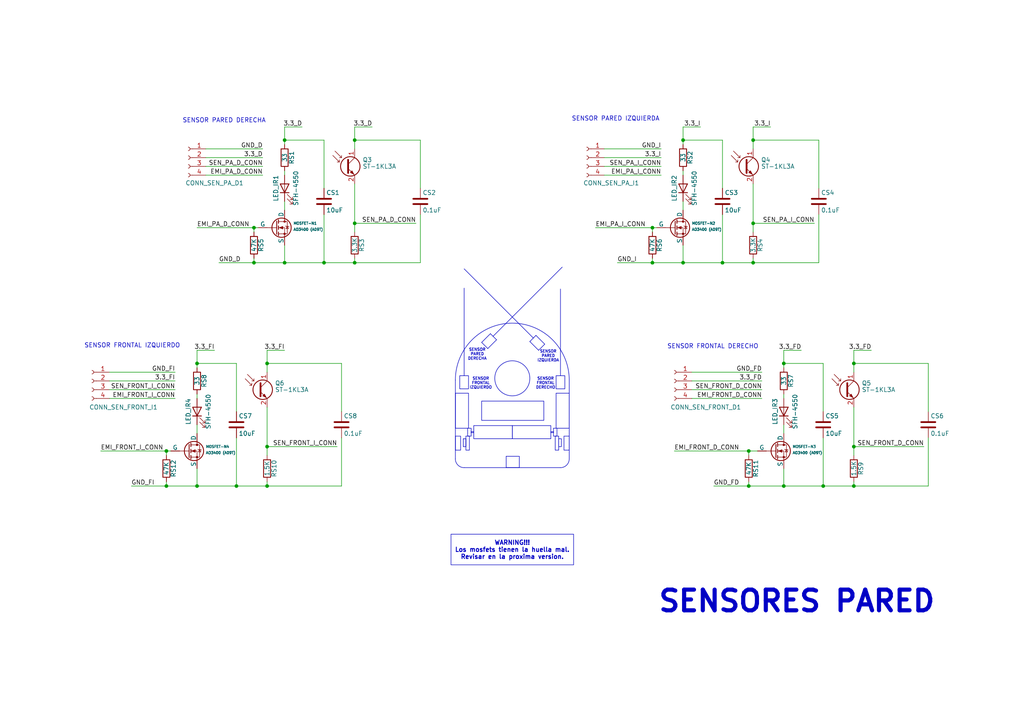
<source format=kicad_sch>
(kicad_sch
	(version 20231120)
	(generator "eeschema")
	(generator_version "8.0")
	(uuid "47507674-6c16-423b-abd4-a91f0894812c")
	(paper "A4")
	(lib_symbols
		(symbol "Connector:Conn_01x04_Socket"
			(pin_names
				(offset 1.016) hide)
			(exclude_from_sim no)
			(in_bom yes)
			(on_board yes)
			(property "Reference" "J"
				(at 0 5.08 0)
				(effects
					(font
						(size 1.27 1.27)
					)
				)
			)
			(property "Value" "Conn_01x04_Socket"
				(at 0 -7.62 0)
				(effects
					(font
						(size 1.27 1.27)
					)
				)
			)
			(property "Footprint" ""
				(at 0 0 0)
				(effects
					(font
						(size 1.27 1.27)
					)
					(hide yes)
				)
			)
			(property "Datasheet" "~"
				(at 0 0 0)
				(effects
					(font
						(size 1.27 1.27)
					)
					(hide yes)
				)
			)
			(property "Description" "Generic connector, single row, 01x04, script generated"
				(at 0 0 0)
				(effects
					(font
						(size 1.27 1.27)
					)
					(hide yes)
				)
			)
			(property "ki_locked" ""
				(at 0 0 0)
				(effects
					(font
						(size 1.27 1.27)
					)
				)
			)
			(property "ki_keywords" "connector"
				(at 0 0 0)
				(effects
					(font
						(size 1.27 1.27)
					)
					(hide yes)
				)
			)
			(property "ki_fp_filters" "Connector*:*_1x??_*"
				(at 0 0 0)
				(effects
					(font
						(size 1.27 1.27)
					)
					(hide yes)
				)
			)
			(symbol "Conn_01x04_Socket_1_1"
				(arc
					(start 0 -4.572)
					(mid -0.5058 -5.08)
					(end 0 -5.588)
					(stroke
						(width 0.1524)
						(type default)
					)
					(fill
						(type none)
					)
				)
				(arc
					(start 0 -2.032)
					(mid -0.5058 -2.54)
					(end 0 -3.048)
					(stroke
						(width 0.1524)
						(type default)
					)
					(fill
						(type none)
					)
				)
				(polyline
					(pts
						(xy -1.27 -5.08) (xy -0.508 -5.08)
					)
					(stroke
						(width 0.1524)
						(type default)
					)
					(fill
						(type none)
					)
				)
				(polyline
					(pts
						(xy -1.27 -2.54) (xy -0.508 -2.54)
					)
					(stroke
						(width 0.1524)
						(type default)
					)
					(fill
						(type none)
					)
				)
				(polyline
					(pts
						(xy -1.27 0) (xy -0.508 0)
					)
					(stroke
						(width 0.1524)
						(type default)
					)
					(fill
						(type none)
					)
				)
				(polyline
					(pts
						(xy -1.27 2.54) (xy -0.508 2.54)
					)
					(stroke
						(width 0.1524)
						(type default)
					)
					(fill
						(type none)
					)
				)
				(arc
					(start 0 0.508)
					(mid -0.5058 0)
					(end 0 -0.508)
					(stroke
						(width 0.1524)
						(type default)
					)
					(fill
						(type none)
					)
				)
				(arc
					(start 0 3.048)
					(mid -0.5058 2.54)
					(end 0 2.032)
					(stroke
						(width 0.1524)
						(type default)
					)
					(fill
						(type none)
					)
				)
				(pin passive line
					(at -5.08 2.54 0)
					(length 3.81)
					(name "Pin_1"
						(effects
							(font
								(size 1.27 1.27)
							)
						)
					)
					(number "1"
						(effects
							(font
								(size 1.27 1.27)
							)
						)
					)
				)
				(pin passive line
					(at -5.08 0 0)
					(length 3.81)
					(name "Pin_2"
						(effects
							(font
								(size 1.27 1.27)
							)
						)
					)
					(number "2"
						(effects
							(font
								(size 1.27 1.27)
							)
						)
					)
				)
				(pin passive line
					(at -5.08 -2.54 0)
					(length 3.81)
					(name "Pin_3"
						(effects
							(font
								(size 1.27 1.27)
							)
						)
					)
					(number "3"
						(effects
							(font
								(size 1.27 1.27)
							)
						)
					)
				)
				(pin passive line
					(at -5.08 -5.08 0)
					(length 3.81)
					(name "Pin_4"
						(effects
							(font
								(size 1.27 1.27)
							)
						)
					)
					(number "4"
						(effects
							(font
								(size 1.27 1.27)
							)
						)
					)
				)
			)
		)
		(symbol "Device:C"
			(pin_numbers hide)
			(pin_names
				(offset 0.254)
			)
			(exclude_from_sim no)
			(in_bom yes)
			(on_board yes)
			(property "Reference" "C"
				(at 0.635 2.54 0)
				(effects
					(font
						(size 1.27 1.27)
					)
					(justify left)
				)
			)
			(property "Value" "C"
				(at 0.635 -2.54 0)
				(effects
					(font
						(size 1.27 1.27)
					)
					(justify left)
				)
			)
			(property "Footprint" ""
				(at 0.9652 -3.81 0)
				(effects
					(font
						(size 1.27 1.27)
					)
					(hide yes)
				)
			)
			(property "Datasheet" "~"
				(at 0 0 0)
				(effects
					(font
						(size 1.27 1.27)
					)
					(hide yes)
				)
			)
			(property "Description" "Unpolarized capacitor"
				(at 0 0 0)
				(effects
					(font
						(size 1.27 1.27)
					)
					(hide yes)
				)
			)
			(property "ki_keywords" "cap capacitor"
				(at 0 0 0)
				(effects
					(font
						(size 1.27 1.27)
					)
					(hide yes)
				)
			)
			(property "ki_fp_filters" "C_*"
				(at 0 0 0)
				(effects
					(font
						(size 1.27 1.27)
					)
					(hide yes)
				)
			)
			(symbol "C_0_1"
				(polyline
					(pts
						(xy -2.032 -0.762) (xy 2.032 -0.762)
					)
					(stroke
						(width 0.508)
						(type default)
					)
					(fill
						(type none)
					)
				)
				(polyline
					(pts
						(xy -2.032 0.762) (xy 2.032 0.762)
					)
					(stroke
						(width 0.508)
						(type default)
					)
					(fill
						(type none)
					)
				)
			)
			(symbol "C_1_1"
				(pin passive line
					(at 0 3.81 270)
					(length 2.794)
					(name "~"
						(effects
							(font
								(size 1.27 1.27)
							)
						)
					)
					(number "1"
						(effects
							(font
								(size 1.27 1.27)
							)
						)
					)
				)
				(pin passive line
					(at 0 -3.81 90)
					(length 2.794)
					(name "~"
						(effects
							(font
								(size 1.27 1.27)
							)
						)
					)
					(number "2"
						(effects
							(font
								(size 1.27 1.27)
							)
						)
					)
				)
			)
		)
		(symbol "Device:LED"
			(pin_numbers hide)
			(pin_names
				(offset 1.016) hide)
			(exclude_from_sim no)
			(in_bom yes)
			(on_board yes)
			(property "Reference" "D"
				(at 0 2.54 0)
				(effects
					(font
						(size 1.27 1.27)
					)
				)
			)
			(property "Value" "LED"
				(at 0 -2.54 0)
				(effects
					(font
						(size 1.27 1.27)
					)
				)
			)
			(property "Footprint" ""
				(at 0 0 0)
				(effects
					(font
						(size 1.27 1.27)
					)
					(hide yes)
				)
			)
			(property "Datasheet" "~"
				(at 0 0 0)
				(effects
					(font
						(size 1.27 1.27)
					)
					(hide yes)
				)
			)
			(property "Description" "Light emitting diode"
				(at 0 0 0)
				(effects
					(font
						(size 1.27 1.27)
					)
					(hide yes)
				)
			)
			(property "ki_keywords" "LED diode"
				(at 0 0 0)
				(effects
					(font
						(size 1.27 1.27)
					)
					(hide yes)
				)
			)
			(property "ki_fp_filters" "LED* LED_SMD:* LED_THT:*"
				(at 0 0 0)
				(effects
					(font
						(size 1.27 1.27)
					)
					(hide yes)
				)
			)
			(symbol "LED_0_1"
				(polyline
					(pts
						(xy -1.27 -1.27) (xy -1.27 1.27)
					)
					(stroke
						(width 0.254)
						(type default)
					)
					(fill
						(type none)
					)
				)
				(polyline
					(pts
						(xy -1.27 0) (xy 1.27 0)
					)
					(stroke
						(width 0)
						(type default)
					)
					(fill
						(type none)
					)
				)
				(polyline
					(pts
						(xy 1.27 -1.27) (xy 1.27 1.27) (xy -1.27 0) (xy 1.27 -1.27)
					)
					(stroke
						(width 0.254)
						(type default)
					)
					(fill
						(type none)
					)
				)
				(polyline
					(pts
						(xy -3.048 -0.762) (xy -4.572 -2.286) (xy -3.81 -2.286) (xy -4.572 -2.286) (xy -4.572 -1.524)
					)
					(stroke
						(width 0)
						(type default)
					)
					(fill
						(type none)
					)
				)
				(polyline
					(pts
						(xy -1.778 -0.762) (xy -3.302 -2.286) (xy -2.54 -2.286) (xy -3.302 -2.286) (xy -3.302 -1.524)
					)
					(stroke
						(width 0)
						(type default)
					)
					(fill
						(type none)
					)
				)
			)
			(symbol "LED_1_1"
				(pin passive line
					(at -3.81 0 0)
					(length 2.54)
					(name "K"
						(effects
							(font
								(size 1.27 1.27)
							)
						)
					)
					(number "1"
						(effects
							(font
								(size 1.27 1.27)
							)
						)
					)
				)
				(pin passive line
					(at 3.81 0 180)
					(length 2.54)
					(name "A"
						(effects
							(font
								(size 1.27 1.27)
							)
						)
					)
					(number "2"
						(effects
							(font
								(size 1.27 1.27)
							)
						)
					)
				)
			)
		)
		(symbol "Device:Q_Photo_NPN"
			(pin_names
				(offset 0) hide)
			(exclude_from_sim no)
			(in_bom yes)
			(on_board yes)
			(property "Reference" "Q"
				(at 5.08 1.27 0)
				(effects
					(font
						(size 1.27 1.27)
					)
					(justify left)
				)
			)
			(property "Value" "Q_Photo_NPN"
				(at 5.08 -1.27 0)
				(effects
					(font
						(size 1.27 1.27)
					)
					(justify left)
				)
			)
			(property "Footprint" ""
				(at 5.08 2.54 0)
				(effects
					(font
						(size 1.27 1.27)
					)
					(hide yes)
				)
			)
			(property "Datasheet" "~"
				(at 0 0 0)
				(effects
					(font
						(size 1.27 1.27)
					)
					(hide yes)
				)
			)
			(property "Description" "NPN phototransistor, collector/emitter"
				(at 0 0 0)
				(effects
					(font
						(size 1.27 1.27)
					)
					(hide yes)
				)
			)
			(property "ki_keywords" "phototransistor NPN"
				(at 0 0 0)
				(effects
					(font
						(size 1.27 1.27)
					)
					(hide yes)
				)
			)
			(symbol "Q_Photo_NPN_0_1"
				(polyline
					(pts
						(xy -1.905 1.27) (xy -2.54 1.27)
					)
					(stroke
						(width 0)
						(type default)
					)
					(fill
						(type none)
					)
				)
				(polyline
					(pts
						(xy -1.27 2.54) (xy -1.905 2.54)
					)
					(stroke
						(width 0)
						(type default)
					)
					(fill
						(type none)
					)
				)
				(polyline
					(pts
						(xy 0.635 0.635) (xy 2.54 2.54)
					)
					(stroke
						(width 0)
						(type default)
					)
					(fill
						(type none)
					)
				)
				(polyline
					(pts
						(xy -3.81 3.175) (xy -1.905 1.27) (xy -1.905 1.905)
					)
					(stroke
						(width 0)
						(type default)
					)
					(fill
						(type none)
					)
				)
				(polyline
					(pts
						(xy -3.175 4.445) (xy -1.27 2.54) (xy -1.27 3.175)
					)
					(stroke
						(width 0)
						(type default)
					)
					(fill
						(type none)
					)
				)
				(polyline
					(pts
						(xy 0.635 -0.635) (xy 2.54 -2.54) (xy 2.54 -2.54)
					)
					(stroke
						(width 0)
						(type default)
					)
					(fill
						(type none)
					)
				)
				(polyline
					(pts
						(xy 0.635 1.905) (xy 0.635 -1.905) (xy 0.635 -1.905)
					)
					(stroke
						(width 0.508)
						(type default)
					)
					(fill
						(type none)
					)
				)
				(polyline
					(pts
						(xy 1.27 -1.778) (xy 1.778 -1.27) (xy 2.286 -2.286) (xy 1.27 -1.778) (xy 1.27 -1.778)
					)
					(stroke
						(width 0)
						(type default)
					)
					(fill
						(type outline)
					)
				)
				(circle
					(center 1.27 0)
					(radius 2.8194)
					(stroke
						(width 0.254)
						(type default)
					)
					(fill
						(type none)
					)
				)
			)
			(symbol "Q_Photo_NPN_1_1"
				(pin passive line
					(at 2.54 5.08 270)
					(length 2.54)
					(name "C"
						(effects
							(font
								(size 1.27 1.27)
							)
						)
					)
					(number "1"
						(effects
							(font
								(size 1.27 1.27)
							)
						)
					)
				)
				(pin passive line
					(at 2.54 -5.08 90)
					(length 2.54)
					(name "E"
						(effects
							(font
								(size 1.27 1.27)
							)
						)
					)
					(number "2"
						(effects
							(font
								(size 1.27 1.27)
							)
						)
					)
				)
			)
		)
		(symbol "Device:R"
			(pin_numbers hide)
			(pin_names
				(offset 0)
			)
			(exclude_from_sim no)
			(in_bom yes)
			(on_board yes)
			(property "Reference" "R"
				(at 2.032 0 90)
				(effects
					(font
						(size 1.27 1.27)
					)
				)
			)
			(property "Value" "R"
				(at 0 0 90)
				(effects
					(font
						(size 1.27 1.27)
					)
				)
			)
			(property "Footprint" ""
				(at -1.778 0 90)
				(effects
					(font
						(size 1.27 1.27)
					)
					(hide yes)
				)
			)
			(property "Datasheet" "~"
				(at 0 0 0)
				(effects
					(font
						(size 1.27 1.27)
					)
					(hide yes)
				)
			)
			(property "Description" "Resistor"
				(at 0 0 0)
				(effects
					(font
						(size 1.27 1.27)
					)
					(hide yes)
				)
			)
			(property "ki_keywords" "R res resistor"
				(at 0 0 0)
				(effects
					(font
						(size 1.27 1.27)
					)
					(hide yes)
				)
			)
			(property "ki_fp_filters" "R_*"
				(at 0 0 0)
				(effects
					(font
						(size 1.27 1.27)
					)
					(hide yes)
				)
			)
			(symbol "R_0_1"
				(rectangle
					(start -1.016 -2.54)
					(end 1.016 2.54)
					(stroke
						(width 0.254)
						(type default)
					)
					(fill
						(type none)
					)
				)
			)
			(symbol "R_1_1"
				(pin passive line
					(at 0 3.81 270)
					(length 1.27)
					(name "~"
						(effects
							(font
								(size 1.27 1.27)
							)
						)
					)
					(number "1"
						(effects
							(font
								(size 1.27 1.27)
							)
						)
					)
				)
				(pin passive line
					(at 0 -3.81 90)
					(length 1.27)
					(name "~"
						(effects
							(font
								(size 1.27 1.27)
							)
						)
					)
					(number "2"
						(effects
							(font
								(size 1.27 1.27)
							)
						)
					)
				)
			)
		)
		(symbol "Simulation_SPICE:NMOS"
			(pin_numbers hide)
			(pin_names
				(offset 0)
			)
			(exclude_from_sim no)
			(in_bom yes)
			(on_board yes)
			(property "Reference" "Q"
				(at 5.08 1.27 0)
				(effects
					(font
						(size 1.27 1.27)
					)
					(justify left)
				)
			)
			(property "Value" "NMOS"
				(at 5.08 -1.27 0)
				(effects
					(font
						(size 1.27 1.27)
					)
					(justify left)
				)
			)
			(property "Footprint" ""
				(at 5.08 2.54 0)
				(effects
					(font
						(size 1.27 1.27)
					)
					(hide yes)
				)
			)
			(property "Datasheet" "https://ngspice.sourceforge.io/docs/ngspice-html-manual/manual.xhtml#cha_MOSFETs"
				(at 0 -12.7 0)
				(effects
					(font
						(size 1.27 1.27)
					)
					(hide yes)
				)
			)
			(property "Description" "N-MOSFET transistor, drain/source/gate"
				(at 0 0 0)
				(effects
					(font
						(size 1.27 1.27)
					)
					(hide yes)
				)
			)
			(property "Sim.Device" "NMOS"
				(at 0 -17.145 0)
				(effects
					(font
						(size 1.27 1.27)
					)
					(hide yes)
				)
			)
			(property "Sim.Type" "VDMOS"
				(at 0 -19.05 0)
				(effects
					(font
						(size 1.27 1.27)
					)
					(hide yes)
				)
			)
			(property "Sim.Pins" "1=D 2=G 3=S"
				(at 0 -15.24 0)
				(effects
					(font
						(size 1.27 1.27)
					)
					(hide yes)
				)
			)
			(property "ki_keywords" "transistor NMOS N-MOS N-MOSFET simulation"
				(at 0 0 0)
				(effects
					(font
						(size 1.27 1.27)
					)
					(hide yes)
				)
			)
			(symbol "NMOS_0_1"
				(polyline
					(pts
						(xy 0.254 0) (xy -2.54 0)
					)
					(stroke
						(width 0)
						(type default)
					)
					(fill
						(type none)
					)
				)
				(polyline
					(pts
						(xy 0.254 1.905) (xy 0.254 -1.905)
					)
					(stroke
						(width 0.254)
						(type default)
					)
					(fill
						(type none)
					)
				)
				(polyline
					(pts
						(xy 0.762 -1.27) (xy 0.762 -2.286)
					)
					(stroke
						(width 0.254)
						(type default)
					)
					(fill
						(type none)
					)
				)
				(polyline
					(pts
						(xy 0.762 0.508) (xy 0.762 -0.508)
					)
					(stroke
						(width 0.254)
						(type default)
					)
					(fill
						(type none)
					)
				)
				(polyline
					(pts
						(xy 0.762 2.286) (xy 0.762 1.27)
					)
					(stroke
						(width 0.254)
						(type default)
					)
					(fill
						(type none)
					)
				)
				(polyline
					(pts
						(xy 2.54 2.54) (xy 2.54 1.778)
					)
					(stroke
						(width 0)
						(type default)
					)
					(fill
						(type none)
					)
				)
				(polyline
					(pts
						(xy 2.54 -2.54) (xy 2.54 0) (xy 0.762 0)
					)
					(stroke
						(width 0)
						(type default)
					)
					(fill
						(type none)
					)
				)
				(polyline
					(pts
						(xy 0.762 -1.778) (xy 3.302 -1.778) (xy 3.302 1.778) (xy 0.762 1.778)
					)
					(stroke
						(width 0)
						(type default)
					)
					(fill
						(type none)
					)
				)
				(polyline
					(pts
						(xy 1.016 0) (xy 2.032 0.381) (xy 2.032 -0.381) (xy 1.016 0)
					)
					(stroke
						(width 0)
						(type default)
					)
					(fill
						(type outline)
					)
				)
				(polyline
					(pts
						(xy 2.794 0.508) (xy 2.921 0.381) (xy 3.683 0.381) (xy 3.81 0.254)
					)
					(stroke
						(width 0)
						(type default)
					)
					(fill
						(type none)
					)
				)
				(polyline
					(pts
						(xy 3.302 0.381) (xy 2.921 -0.254) (xy 3.683 -0.254) (xy 3.302 0.381)
					)
					(stroke
						(width 0)
						(type default)
					)
					(fill
						(type none)
					)
				)
				(circle
					(center 1.651 0)
					(radius 2.794)
					(stroke
						(width 0.254)
						(type default)
					)
					(fill
						(type none)
					)
				)
				(circle
					(center 2.54 -1.778)
					(radius 0.254)
					(stroke
						(width 0)
						(type default)
					)
					(fill
						(type outline)
					)
				)
				(circle
					(center 2.54 1.778)
					(radius 0.254)
					(stroke
						(width 0)
						(type default)
					)
					(fill
						(type outline)
					)
				)
			)
			(symbol "NMOS_1_1"
				(pin passive line
					(at 2.54 5.08 270)
					(length 2.54)
					(name "D"
						(effects
							(font
								(size 1.27 1.27)
							)
						)
					)
					(number "1"
						(effects
							(font
								(size 1.27 1.27)
							)
						)
					)
				)
				(pin input line
					(at -5.08 0 0)
					(length 2.54)
					(name "G"
						(effects
							(font
								(size 1.27 1.27)
							)
						)
					)
					(number "2"
						(effects
							(font
								(size 1.27 1.27)
							)
						)
					)
				)
				(pin passive line
					(at 2.54 -5.08 90)
					(length 2.54)
					(name "S"
						(effects
							(font
								(size 1.27 1.27)
							)
						)
					)
					(number "3"
						(effects
							(font
								(size 1.27 1.27)
							)
						)
					)
				)
			)
		)
	)
	(junction
		(at 209.55 76.2)
		(diameter 0)
		(color 0 0 0 0)
		(uuid "0a3da26e-2232-46c7-a9d0-1cb38c1de401")
	)
	(junction
		(at 82.55 76.2)
		(diameter 0)
		(color 0 0 0 0)
		(uuid "0fb96c52-4ff5-43a9-b988-c2652f64030b")
	)
	(junction
		(at 217.17 130.81)
		(diameter 0)
		(color 0 0 0 0)
		(uuid "167f3ea5-c688-4857-8b67-22ceaea219f2")
	)
	(junction
		(at 247.65 129.54)
		(diameter 0)
		(color 0 0 0 0)
		(uuid "1d80e0cb-b1ff-453b-ac5e-fc88cb804124")
	)
	(junction
		(at 218.44 40.64)
		(diameter 0)
		(color 0 0 0 0)
		(uuid "239d67d7-f0d8-42a1-b458-42509cc93b30")
	)
	(junction
		(at 198.12 40.64)
		(diameter 0)
		(color 0 0 0 0)
		(uuid "27b64edf-4813-491c-a503-402c188d5221")
	)
	(junction
		(at 57.15 105.41)
		(diameter 0)
		(color 0 0 0 0)
		(uuid "294c26cf-9321-4073-8ba8-f1761f96139d")
	)
	(junction
		(at 82.55 40.64)
		(diameter 0)
		(color 0 0 0 0)
		(uuid "3037f9e0-227f-4bf0-9088-3bd245f24439")
	)
	(junction
		(at 198.12 76.2)
		(diameter 0)
		(color 0 0 0 0)
		(uuid "335e437e-e1a9-41c7-b4b9-c4a94d51a2c5")
	)
	(junction
		(at 189.23 66.04)
		(diameter 0)
		(color 0 0 0 0)
		(uuid "3c0eac61-e0e9-4dff-9861-1bedfa9fd7df")
	)
	(junction
		(at 77.47 129.54)
		(diameter 0)
		(color 0 0 0 0)
		(uuid "42838b77-f8b6-44fa-921b-f3182485f2a1")
	)
	(junction
		(at 77.47 105.41)
		(diameter 0)
		(color 0 0 0 0)
		(uuid "46a49da3-b2bc-4368-b627-fc1e47c9aaee")
	)
	(junction
		(at 189.23 76.2)
		(diameter 0)
		(color 0 0 0 0)
		(uuid "526dfe4b-3f75-4d92-a113-8bff7350f483")
	)
	(junction
		(at 73.66 66.04)
		(diameter 0)
		(color 0 0 0 0)
		(uuid "5785bddd-fa00-4a2e-aef6-d2d17da5ad2b")
	)
	(junction
		(at 227.33 105.41)
		(diameter 0)
		(color 0 0 0 0)
		(uuid "6a5194d7-1b96-4457-bfee-294afc5f41b9")
	)
	(junction
		(at 217.17 140.97)
		(diameter 0)
		(color 0 0 0 0)
		(uuid "6bc6077d-82de-4451-adc4-b85d0bae7bd1")
	)
	(junction
		(at 227.33 140.97)
		(diameter 0)
		(color 0 0 0 0)
		(uuid "74b9f37f-b07d-4a1f-9447-de9442a858ce")
	)
	(junction
		(at 247.65 105.41)
		(diameter 0)
		(color 0 0 0 0)
		(uuid "80ea3349-a243-4512-a72b-04c462e7e9dd")
	)
	(junction
		(at 247.65 140.97)
		(diameter 0)
		(color 0 0 0 0)
		(uuid "818bc0ee-cc6c-49ad-9937-9c171b17db85")
	)
	(junction
		(at 68.58 140.97)
		(diameter 0)
		(color 0 0 0 0)
		(uuid "9885a9f1-3378-4c8d-a1f9-29942dd6a9b9")
	)
	(junction
		(at 48.26 140.97)
		(diameter 0)
		(color 0 0 0 0)
		(uuid "a5576c77-a8b4-4f5e-b943-8a63ce999771")
	)
	(junction
		(at 102.87 64.77)
		(diameter 0)
		(color 0 0 0 0)
		(uuid "a7b44ad1-d25a-4941-8d4b-8f8fda20544c")
	)
	(junction
		(at 77.47 140.97)
		(diameter 0)
		(color 0 0 0 0)
		(uuid "ac075528-7506-492e-9abf-0a8ae312d713")
	)
	(junction
		(at 218.44 64.77)
		(diameter 0)
		(color 0 0 0 0)
		(uuid "bf828748-92b4-4137-9aa7-b11fffb78150")
	)
	(junction
		(at 48.26 130.81)
		(diameter 0)
		(color 0 0 0 0)
		(uuid "cbc49bde-c316-44a5-b42f-a257d10ac47d")
	)
	(junction
		(at 218.44 76.2)
		(diameter 0)
		(color 0 0 0 0)
		(uuid "ce392136-f378-4a97-b89e-09a5f0c99825")
	)
	(junction
		(at 238.76 140.97)
		(diameter 0)
		(color 0 0 0 0)
		(uuid "d9c7e24c-39f1-43f4-a3c2-c5a15f1e6afc")
	)
	(junction
		(at 93.98 76.2)
		(diameter 0)
		(color 0 0 0 0)
		(uuid "db7d63a6-636d-4271-b902-491d3466dfa1")
	)
	(junction
		(at 73.66 76.2)
		(diameter 0)
		(color 0 0 0 0)
		(uuid "e5f926f1-fc40-41af-809e-a811b1009014")
	)
	(junction
		(at 57.15 140.97)
		(diameter 0)
		(color 0 0 0 0)
		(uuid "f6304372-72b3-40a2-a488-968d89c4be0a")
	)
	(junction
		(at 102.87 76.2)
		(diameter 0)
		(color 0 0 0 0)
		(uuid "fc5d3fa5-eb71-4f07-a9c4-0cdf66721928")
	)
	(junction
		(at 102.87 40.64)
		(diameter 0)
		(color 0 0 0 0)
		(uuid "fc9d8145-cc87-427f-9414-9f0fe8a6725c")
	)
	(wire
		(pts
			(xy 48.26 132.08) (xy 48.26 130.81)
		)
		(stroke
			(width 0)
			(type default)
		)
		(uuid "0152a124-fa23-4d6d-abab-3c8459141efd")
	)
	(polyline
		(pts
			(xy 155.448 97.282) (xy 154.686 98.044)
		)
		(stroke
			(width 0)
			(type default)
		)
		(uuid "0206e1ca-6083-4e94-bdb5-39fb1a3e630c")
	)
	(wire
		(pts
			(xy 217.17 139.7) (xy 217.17 140.97)
		)
		(stroke
			(width 0)
			(type default)
		)
		(uuid "04fec510-af2e-404d-8c7e-d9a9dcb982e5")
	)
	(wire
		(pts
			(xy 209.55 76.2) (xy 218.44 76.2)
		)
		(stroke
			(width 0)
			(type default)
		)
		(uuid "052fb1ba-d6a2-4fdd-b229-3b42fbfe1efa")
	)
	(wire
		(pts
			(xy 227.33 135.89) (xy 227.33 140.97)
		)
		(stroke
			(width 0)
			(type default)
		)
		(uuid "09120e90-d101-40dc-993d-a8feb3464e18")
	)
	(wire
		(pts
			(xy 57.15 101.6) (xy 57.15 105.41)
		)
		(stroke
			(width 0)
			(type default)
		)
		(uuid "0d0d2883-4402-4856-ac38-386c02a4e91f")
	)
	(wire
		(pts
			(xy 31.75 107.95) (xy 50.8 107.95)
		)
		(stroke
			(width 0)
			(type default)
		)
		(uuid "0e623bab-fbf0-4907-9c9b-fe641095c5a8")
	)
	(wire
		(pts
			(xy 31.75 113.03) (xy 50.8 113.03)
		)
		(stroke
			(width 0)
			(type default)
		)
		(uuid "100065b6-f539-406c-8296-a137d074dc53")
	)
	(wire
		(pts
			(xy 73.66 76.2) (xy 82.55 76.2)
		)
		(stroke
			(width 0)
			(type default)
		)
		(uuid "10c2c3be-b27e-47e8-8079-922c20833679")
	)
	(wire
		(pts
			(xy 99.06 127) (xy 99.06 140.97)
		)
		(stroke
			(width 0)
			(type default)
		)
		(uuid "143f77c6-ac95-4690-8aaf-2ca222338314")
	)
	(wire
		(pts
			(xy 223.52 36.83) (xy 218.44 36.83)
		)
		(stroke
			(width 0)
			(type default)
		)
		(uuid "1e389349-100e-4f11-932d-09a60f627c64")
	)
	(wire
		(pts
			(xy 189.23 74.93) (xy 189.23 76.2)
		)
		(stroke
			(width 0)
			(type default)
		)
		(uuid "1fc4745a-d213-422e-97ac-592a3811e55a")
	)
	(wire
		(pts
			(xy 93.98 40.64) (xy 82.55 40.64)
		)
		(stroke
			(width 0)
			(type default)
		)
		(uuid "21f64cdd-fad8-4251-b024-debb3765c5c0")
	)
	(polyline
		(pts
			(xy 157.988 99.822) (xy 155.448 97.282)
		)
		(stroke
			(width 0)
			(type default)
		)
		(uuid "22c3d694-3f99-4390-bc37-0d8bec304588")
	)
	(wire
		(pts
			(xy 107.95 36.83) (xy 102.87 36.83)
		)
		(stroke
			(width 0)
			(type default)
		)
		(uuid "22d97810-df6a-4537-a292-86c7bf2322b8")
	)
	(polyline
		(pts
			(xy 156.21 101.6) (xy 153.67 99.06)
		)
		(stroke
			(width 0)
			(type default)
		)
		(uuid "2472d877-3f1f-4267-88f3-9a49642fa70a")
	)
	(wire
		(pts
			(xy 82.55 36.83) (xy 82.55 40.64)
		)
		(stroke
			(width 0)
			(type default)
		)
		(uuid "263f18f3-4957-475e-852c-297943e457e7")
	)
	(wire
		(pts
			(xy 237.49 40.64) (xy 237.49 54.61)
		)
		(stroke
			(width 0)
			(type default)
		)
		(uuid "28b8245e-a407-424b-832c-ba5c7c03cd08")
	)
	(wire
		(pts
			(xy 121.92 76.2) (xy 102.87 76.2)
		)
		(stroke
			(width 0)
			(type default)
		)
		(uuid "29086197-8666-4ff7-a609-7001e318caee")
	)
	(wire
		(pts
			(xy 57.15 114.3) (xy 57.15 115.57)
		)
		(stroke
			(width 0)
			(type default)
		)
		(uuid "29c3f787-f2e0-44ae-a984-b483c9b4df71")
	)
	(wire
		(pts
			(xy 93.98 76.2) (xy 102.87 76.2)
		)
		(stroke
			(width 0)
			(type default)
		)
		(uuid "2d25462a-43fc-4cef-9bcd-a8959709c944")
	)
	(wire
		(pts
			(xy 247.65 105.41) (xy 269.24 105.41)
		)
		(stroke
			(width 0)
			(type default)
		)
		(uuid "2ee4fc45-0443-4342-b0a2-a3d4c0038108")
	)
	(wire
		(pts
			(xy 198.12 58.42) (xy 198.12 60.96)
		)
		(stroke
			(width 0)
			(type default)
		)
		(uuid "34d571dd-2c5a-4c0e-a0ad-640b48a84819")
	)
	(wire
		(pts
			(xy 102.87 64.77) (xy 102.87 67.31)
		)
		(stroke
			(width 0)
			(type default)
		)
		(uuid "3505f779-ec4c-45ef-923e-930bb2d96352")
	)
	(wire
		(pts
			(xy 237.49 76.2) (xy 218.44 76.2)
		)
		(stroke
			(width 0)
			(type default)
		)
		(uuid "3511a525-a801-4b36-919d-68e4537d4360")
	)
	(wire
		(pts
			(xy 59.69 50.8) (xy 76.2 50.8)
		)
		(stroke
			(width 0)
			(type default)
		)
		(uuid "36fffda7-4213-4b75-bbf9-4cc96bb17614")
	)
	(wire
		(pts
			(xy 247.65 129.54) (xy 247.65 132.08)
		)
		(stroke
			(width 0)
			(type default)
		)
		(uuid "37c69088-e630-4746-94ff-09dedf1737a3")
	)
	(wire
		(pts
			(xy 218.44 74.93) (xy 218.44 76.2)
		)
		(stroke
			(width 0)
			(type default)
		)
		(uuid "39f3184b-2e1c-4290-a79c-6da5b0d5d9aa")
	)
	(wire
		(pts
			(xy 218.44 40.64) (xy 218.44 43.18)
		)
		(stroke
			(width 0)
			(type default)
		)
		(uuid "3ed8fe0c-0e17-488e-9765-ac6bdcbce51f")
	)
	(wire
		(pts
			(xy 175.26 48.26) (xy 191.77 48.26)
		)
		(stroke
			(width 0)
			(type default)
		)
		(uuid "40c86206-15bf-47d0-ada0-64b35597bd60")
	)
	(wire
		(pts
			(xy 93.98 40.64) (xy 93.98 54.61)
		)
		(stroke
			(width 0)
			(type default)
		)
		(uuid "410d96c9-6ca6-4105-b361-262a7bbec3a5")
	)
	(wire
		(pts
			(xy 57.15 105.41) (xy 57.15 106.68)
		)
		(stroke
			(width 0)
			(type default)
		)
		(uuid "4194d8d0-8200-49e9-9486-aeb0c30d59d8")
	)
	(wire
		(pts
			(xy 82.55 49.53) (xy 82.55 50.8)
		)
		(stroke
			(width 0)
			(type default)
		)
		(uuid "42f08a4c-e6ad-4d09-8c45-40a8f9715c71")
	)
	(wire
		(pts
			(xy 82.55 101.6) (xy 77.47 101.6)
		)
		(stroke
			(width 0)
			(type default)
		)
		(uuid "42f9527c-31ce-4ad9-9273-201e1f807ec9")
	)
	(wire
		(pts
			(xy 195.58 130.81) (xy 217.17 130.81)
		)
		(stroke
			(width 0)
			(type default)
		)
		(uuid "432e1fc2-ab9f-49d6-a267-c6c5cf33e6cb")
	)
	(wire
		(pts
			(xy 179.07 76.2) (xy 189.23 76.2)
		)
		(stroke
			(width 0)
			(type default)
		)
		(uuid "43383506-5bd7-40ae-a286-c1ab5864fb7f")
	)
	(wire
		(pts
			(xy 207.01 140.97) (xy 217.17 140.97)
		)
		(stroke
			(width 0)
			(type default)
		)
		(uuid "44525e6c-57c0-419e-9a73-5d79307c26a7")
	)
	(wire
		(pts
			(xy 48.26 130.81) (xy 49.53 130.81)
		)
		(stroke
			(width 0)
			(type default)
		)
		(uuid "49749ff1-3afa-4c8f-b684-9e69e7cd5163")
	)
	(wire
		(pts
			(xy 102.87 64.77) (xy 120.65 64.77)
		)
		(stroke
			(width 0)
			(type default)
		)
		(uuid "49e3b03c-560c-4795-8114-4df89fcaa77f")
	)
	(wire
		(pts
			(xy 237.49 62.23) (xy 237.49 76.2)
		)
		(stroke
			(width 0)
			(type default)
		)
		(uuid "4ded229e-2936-4b9e-94cf-526e36fd1db4")
	)
	(wire
		(pts
			(xy 247.65 105.41) (xy 247.65 107.95)
		)
		(stroke
			(width 0)
			(type default)
		)
		(uuid "4ff095d6-195a-4c99-929a-14eb93ffeb9e")
	)
	(wire
		(pts
			(xy 200.66 107.95) (xy 220.98 107.95)
		)
		(stroke
			(width 0)
			(type default)
		)
		(uuid "51a0426b-1891-43fc-977a-b9570df00659")
	)
	(wire
		(pts
			(xy 59.69 45.72) (xy 76.2 45.72)
		)
		(stroke
			(width 0)
			(type default)
		)
		(uuid "54d92eaa-eae2-45b6-b217-7d0b99318f95")
	)
	(wire
		(pts
			(xy 203.2 36.83) (xy 198.12 36.83)
		)
		(stroke
			(width 0)
			(type default)
		)
		(uuid "56eb1623-8d07-40c7-90b4-dc8020ba5d12")
	)
	(wire
		(pts
			(xy 247.65 139.7) (xy 247.65 140.97)
		)
		(stroke
			(width 0)
			(type default)
		)
		(uuid "588d85ce-478a-42d2-91d2-0a90407f3f70")
	)
	(wire
		(pts
			(xy 217.17 130.81) (xy 219.71 130.81)
		)
		(stroke
			(width 0)
			(type default)
		)
		(uuid "5955e9d0-bfde-4e8b-bc5c-3a432d57e95b")
	)
	(wire
		(pts
			(xy 175.26 43.18) (xy 191.77 43.18)
		)
		(stroke
			(width 0)
			(type default)
		)
		(uuid "5a7d20a2-96ce-49e9-a092-5c7696b7a983")
	)
	(wire
		(pts
			(xy 82.55 76.2) (xy 93.98 76.2)
		)
		(stroke
			(width 0)
			(type default)
		)
		(uuid "5b2ffef9-894c-41cf-b861-c651fb7db7ff")
	)
	(wire
		(pts
			(xy 198.12 36.83) (xy 198.12 40.64)
		)
		(stroke
			(width 0)
			(type default)
		)
		(uuid "5c41026b-cafc-4541-8eeb-25ceb71972a7")
	)
	(wire
		(pts
			(xy 62.23 101.6) (xy 57.15 101.6)
		)
		(stroke
			(width 0)
			(type default)
		)
		(uuid "5dcf5781-0a86-4554-9d2f-e1166d889547")
	)
	(wire
		(pts
			(xy 209.55 40.64) (xy 209.55 54.61)
		)
		(stroke
			(width 0)
			(type default)
		)
		(uuid "5fcc469e-b3fc-4a16-bbac-e5fe03349661")
	)
	(wire
		(pts
			(xy 217.17 132.08) (xy 217.17 130.81)
		)
		(stroke
			(width 0)
			(type default)
		)
		(uuid "6285eb8f-0f13-443c-8bf2-183c18d74c9d")
	)
	(wire
		(pts
			(xy 102.87 36.83) (xy 102.87 40.64)
		)
		(stroke
			(width 0)
			(type default)
		)
		(uuid "63fafaec-2c45-46cb-acd4-665e2c69c212")
	)
	(wire
		(pts
			(xy 198.12 76.2) (xy 209.55 76.2)
		)
		(stroke
			(width 0)
			(type default)
		)
		(uuid "670efee5-7f67-4b72-b847-20f9a39deaf3")
	)
	(wire
		(pts
			(xy 77.47 129.54) (xy 97.79 129.54)
		)
		(stroke
			(width 0)
			(type default)
		)
		(uuid "673e567e-cb07-4751-9ced-304b336c6286")
	)
	(wire
		(pts
			(xy 198.12 40.64) (xy 209.55 40.64)
		)
		(stroke
			(width 0)
			(type default)
		)
		(uuid "678ba7cc-cc81-43eb-a0f5-a2e421fcce82")
	)
	(wire
		(pts
			(xy 57.15 105.41) (xy 68.58 105.41)
		)
		(stroke
			(width 0)
			(type default)
		)
		(uuid "67a7d27f-d72e-4267-a483-21c25b49bba6")
	)
	(wire
		(pts
			(xy 99.06 105.41) (xy 99.06 119.38)
		)
		(stroke
			(width 0)
			(type default)
		)
		(uuid "68192118-6991-4775-8b4b-91b65169c258")
	)
	(wire
		(pts
			(xy 198.12 40.64) (xy 198.12 41.91)
		)
		(stroke
			(width 0)
			(type default)
		)
		(uuid "6bf7fc86-f1b4-4fd2-89ea-2cd8904a4a04")
	)
	(wire
		(pts
			(xy 68.58 127) (xy 68.58 140.97)
		)
		(stroke
			(width 0)
			(type default)
		)
		(uuid "6f3296e1-6723-4a43-93ff-fcf45389de22")
	)
	(polyline
		(pts
			(xy 141.478 101.092) (xy 144.018 98.552)
		)
		(stroke
			(width 0)
			(type default)
		)
		(uuid "71d6b134-dccb-4b8a-87db-45523aae707b")
	)
	(wire
		(pts
			(xy 218.44 36.83) (xy 218.44 40.64)
		)
		(stroke
			(width 0)
			(type default)
		)
		(uuid "744d55b6-b775-4c8d-827e-aa752868b622")
	)
	(wire
		(pts
			(xy 121.92 62.23) (xy 121.92 76.2)
		)
		(stroke
			(width 0)
			(type default)
		)
		(uuid "74534a1d-90c3-4390-8267-658970aaa215")
	)
	(wire
		(pts
			(xy 218.44 64.77) (xy 218.44 67.31)
		)
		(stroke
			(width 0)
			(type default)
		)
		(uuid "74dbc5ff-cca8-4cfa-9953-962c25dbeb2c")
	)
	(wire
		(pts
			(xy 269.24 127) (xy 269.24 140.97)
		)
		(stroke
			(width 0)
			(type default)
		)
		(uuid "7762acb2-2eea-43e5-b3cd-136e5d76bbb0")
	)
	(wire
		(pts
			(xy 218.44 53.34) (xy 218.44 64.77)
		)
		(stroke
			(width 0)
			(type default)
		)
		(uuid "777b2352-8d52-4b98-b6da-59b014c5982e")
	)
	(wire
		(pts
			(xy 77.47 101.6) (xy 77.47 105.41)
		)
		(stroke
			(width 0)
			(type default)
		)
		(uuid "78448136-a7f1-482e-a97a-0f9e79585fb8")
	)
	(wire
		(pts
			(xy 189.23 66.04) (xy 190.5 66.04)
		)
		(stroke
			(width 0)
			(type default)
		)
		(uuid "7d9599f9-0f86-48bf-9682-35641f75bd56")
	)
	(wire
		(pts
			(xy 59.69 43.18) (xy 76.2 43.18)
		)
		(stroke
			(width 0)
			(type default)
		)
		(uuid "7e8863af-f72d-48d1-bbe8-2313cdf3c3a1")
	)
	(wire
		(pts
			(xy 217.17 140.97) (xy 227.33 140.97)
		)
		(stroke
			(width 0)
			(type default)
		)
		(uuid "7fd26bbc-5ec7-4040-a0ee-3348bdc6bba4")
	)
	(wire
		(pts
			(xy 82.55 60.96) (xy 82.55 58.42)
		)
		(stroke
			(width 0)
			(type default)
		)
		(uuid "819ba8c2-7f3a-4b18-9b6c-e3f8731b7097")
	)
	(wire
		(pts
			(xy 200.66 110.49) (xy 220.98 110.49)
		)
		(stroke
			(width 0)
			(type default)
		)
		(uuid "824fa762-b049-4cc7-9a21-12127f014351")
	)
	(wire
		(pts
			(xy 269.24 140.97) (xy 247.65 140.97)
		)
		(stroke
			(width 0)
			(type default)
		)
		(uuid "83336e79-82a1-413e-9042-a498352b7d63")
	)
	(polyline
		(pts
			(xy 154.686 98.044) (xy 153.67 99.06)
		)
		(stroke
			(width 0)
			(type default)
		)
		(uuid "843c98fa-b523-4927-928d-eefdf0861f4d")
	)
	(wire
		(pts
			(xy 31.75 115.57) (xy 50.8 115.57)
		)
		(stroke
			(width 0)
			(type default)
		)
		(uuid "87da7f54-1fd3-40d7-9412-997fd98ce876")
	)
	(wire
		(pts
			(xy 269.24 105.41) (xy 269.24 119.38)
		)
		(stroke
			(width 0)
			(type default)
		)
		(uuid "8a734311-78c8-4913-9e30-ea4f08551797")
	)
	(wire
		(pts
			(xy 198.12 49.53) (xy 198.12 50.8)
		)
		(stroke
			(width 0)
			(type default)
		)
		(uuid "8b658f1b-2b42-40cd-a25a-a30e63654b0f")
	)
	(wire
		(pts
			(xy 68.58 140.97) (xy 77.47 140.97)
		)
		(stroke
			(width 0)
			(type default)
		)
		(uuid "8d881929-dfef-4168-a143-8bfb9926930c")
	)
	(wire
		(pts
			(xy 59.69 48.26) (xy 76.2 48.26)
		)
		(stroke
			(width 0)
			(type default)
		)
		(uuid "8eef7e72-a880-426e-a2f8-7cdecf308c66")
	)
	(wire
		(pts
			(xy 200.66 113.03) (xy 220.98 113.03)
		)
		(stroke
			(width 0)
			(type default)
		)
		(uuid "8f98c254-2453-43bf-a302-42452ffcd425")
	)
	(wire
		(pts
			(xy 102.87 40.64) (xy 121.92 40.64)
		)
		(stroke
			(width 0)
			(type default)
		)
		(uuid "92280ed9-ad5d-4193-9678-6bed96b16e57")
	)
	(wire
		(pts
			(xy 175.26 50.8) (xy 191.77 50.8)
		)
		(stroke
			(width 0)
			(type default)
		)
		(uuid "935041c9-ea07-481f-91a6-529302b385d6")
	)
	(wire
		(pts
			(xy 189.23 67.31) (xy 189.23 66.04)
		)
		(stroke
			(width 0)
			(type default)
		)
		(uuid "93511fec-5bf1-43f7-af4f-7bc34ecc396e")
	)
	(wire
		(pts
			(xy 57.15 125.73) (xy 57.15 123.19)
		)
		(stroke
			(width 0)
			(type default)
		)
		(uuid "9517a383-7d73-47f3-a35c-dfc410a6c279")
	)
	(wire
		(pts
			(xy 227.33 140.97) (xy 238.76 140.97)
		)
		(stroke
			(width 0)
			(type default)
		)
		(uuid "952daf43-4481-46c2-9d6a-35a1c54565e2")
	)
	(wire
		(pts
			(xy 200.66 115.57) (xy 220.98 115.57)
		)
		(stroke
			(width 0)
			(type default)
		)
		(uuid "9a7a42a7-aea4-4b4b-862e-8b6fbdb28b38")
	)
	(wire
		(pts
			(xy 73.66 66.04) (xy 74.93 66.04)
		)
		(stroke
			(width 0)
			(type default)
		)
		(uuid "9f29e1a5-7447-449d-b765-cbdd3114a973")
	)
	(polyline
		(pts
			(xy 143.002 97.536) (xy 163.068 77.47)
		)
		(stroke
			(width 0)
			(type default)
		)
		(uuid "a3aac352-11ff-4c05-bd1f-bc6958cda510")
	)
	(wire
		(pts
			(xy 73.66 67.31) (xy 73.66 66.04)
		)
		(stroke
			(width 0)
			(type default)
		)
		(uuid "a3bf8389-0245-4560-9d68-1d31eeaaf85f")
	)
	(wire
		(pts
			(xy 77.47 139.7) (xy 77.47 140.97)
		)
		(stroke
			(width 0)
			(type default)
		)
		(uuid "a3e62e66-d7ce-4ab5-9c87-be26dcbbcbbc")
	)
	(wire
		(pts
			(xy 102.87 74.93) (xy 102.87 76.2)
		)
		(stroke
			(width 0)
			(type default)
		)
		(uuid "a4103e45-0dc2-498a-99af-399b14bb2a27")
	)
	(wire
		(pts
			(xy 198.12 71.12) (xy 198.12 76.2)
		)
		(stroke
			(width 0)
			(type default)
		)
		(uuid "a81c166d-945c-43dd-873a-d4e518f27290")
	)
	(wire
		(pts
			(xy 102.87 40.64) (xy 102.87 43.18)
		)
		(stroke
			(width 0)
			(type default)
		)
		(uuid "aa787dc1-1199-4b93-818c-e4dbf090491c")
	)
	(wire
		(pts
			(xy 57.15 66.04) (xy 73.66 66.04)
		)
		(stroke
			(width 0)
			(type default)
		)
		(uuid "abdbc32e-06a1-4782-8109-c2941291cfe5")
	)
	(wire
		(pts
			(xy 172.72 66.04) (xy 189.23 66.04)
		)
		(stroke
			(width 0)
			(type default)
		)
		(uuid "ae7c4aef-80ab-4f13-90d4-51317269d908")
	)
	(wire
		(pts
			(xy 247.65 101.6) (xy 247.65 105.41)
		)
		(stroke
			(width 0)
			(type default)
		)
		(uuid "b015ca43-8785-4888-82b7-17c848033257")
	)
	(wire
		(pts
			(xy 29.21 130.81) (xy 48.26 130.81)
		)
		(stroke
			(width 0)
			(type default)
		)
		(uuid "b0311ca1-2b7a-4be3-85ad-d819119e0308")
	)
	(wire
		(pts
			(xy 218.44 64.77) (xy 236.22 64.77)
		)
		(stroke
			(width 0)
			(type default)
		)
		(uuid "b0a52698-a5e6-42f8-881e-a574d735e883")
	)
	(wire
		(pts
			(xy 218.44 40.64) (xy 237.49 40.64)
		)
		(stroke
			(width 0)
			(type default)
		)
		(uuid "b1815458-d376-43db-9bd4-0bc2e1fdb139")
	)
	(polyline
		(pts
			(xy 143.002 97.536) (xy 144.018 98.552)
		)
		(stroke
			(width 0)
			(type default)
		)
		(uuid "bbb0823d-2dfb-482b-8d17-3e76335c1d1a")
	)
	(wire
		(pts
			(xy 232.41 101.6) (xy 227.33 101.6)
		)
		(stroke
			(width 0)
			(type default)
		)
		(uuid "bc27b81a-a86f-41eb-b0e1-dc5844124850")
	)
	(wire
		(pts
			(xy 93.98 62.23) (xy 93.98 76.2)
		)
		(stroke
			(width 0)
			(type default)
		)
		(uuid "be7d8267-b136-43d8-83eb-785783f9cd3a")
	)
	(wire
		(pts
			(xy 63.5 76.2) (xy 73.66 76.2)
		)
		(stroke
			(width 0)
			(type default)
		)
		(uuid "c1cdea23-41c9-45fd-b8f6-e6fdaf336b97")
	)
	(wire
		(pts
			(xy 57.15 135.89) (xy 57.15 140.97)
		)
		(stroke
			(width 0)
			(type default)
		)
		(uuid "c1d1b099-b9d3-4a91-9e1e-01ea50f65ecc")
	)
	(wire
		(pts
			(xy 82.55 71.12) (xy 82.55 76.2)
		)
		(stroke
			(width 0)
			(type default)
		)
		(uuid "c1f23c18-d6c1-4bdb-9bb7-1a8807a26794")
	)
	(wire
		(pts
			(xy 77.47 105.41) (xy 99.06 105.41)
		)
		(stroke
			(width 0)
			(type default)
		)
		(uuid "c1f7a18e-5b7d-4029-a554-6e414e002d01")
	)
	(wire
		(pts
			(xy 57.15 140.97) (xy 68.58 140.97)
		)
		(stroke
			(width 0)
			(type default)
		)
		(uuid "c33bd12c-d876-4975-8bb7-4e0832de02f4")
	)
	(wire
		(pts
			(xy 77.47 118.11) (xy 77.47 129.54)
		)
		(stroke
			(width 0)
			(type default)
		)
		(uuid "c3443719-83c0-4f7d-af7c-a65ecb0717af")
	)
	(wire
		(pts
			(xy 238.76 127) (xy 238.76 140.97)
		)
		(stroke
			(width 0)
			(type default)
		)
		(uuid "c572b93a-4adf-4dc2-a54d-e2204447002b")
	)
	(polyline
		(pts
			(xy 139.7 99.314) (xy 142.24 96.774)
		)
		(stroke
			(width 0)
			(type default)
		)
		(uuid "cd235e93-93c9-4410-b02f-f66bbcafbe9e")
	)
	(wire
		(pts
			(xy 102.87 53.34) (xy 102.87 64.77)
		)
		(stroke
			(width 0)
			(type default)
		)
		(uuid "cdfbb013-7d47-4730-a7a9-942dd4fbde77")
	)
	(polyline
		(pts
			(xy 139.7 99.314) (xy 141.478 101.092)
		)
		(stroke
			(width 0)
			(type default)
		)
		(uuid "d52866ae-b761-4b4a-a55f-ec7f0885ebd3")
	)
	(wire
		(pts
			(xy 227.33 125.73) (xy 227.33 123.19)
		)
		(stroke
			(width 0)
			(type default)
		)
		(uuid "d62a516a-0c87-427c-ac03-967cbf925df5")
	)
	(polyline
		(pts
			(xy 157.988 99.822) (xy 156.21 101.6)
		)
		(stroke
			(width 0)
			(type default)
		)
		(uuid "d6821dbf-b8ca-46e8-aeed-24befd728e62")
	)
	(wire
		(pts
			(xy 77.47 105.41) (xy 77.47 107.95)
		)
		(stroke
			(width 0)
			(type default)
		)
		(uuid "d7fa405e-a48b-429c-bd96-d1b2256755b1")
	)
	(wire
		(pts
			(xy 48.26 140.97) (xy 57.15 140.97)
		)
		(stroke
			(width 0)
			(type default)
		)
		(uuid "d8589e8d-36c2-47e3-b786-0a315027e6f9")
	)
	(wire
		(pts
			(xy 227.33 105.41) (xy 227.33 106.68)
		)
		(stroke
			(width 0)
			(type default)
		)
		(uuid "dc0fd636-5429-43eb-881a-4bb6037512e3")
	)
	(wire
		(pts
			(xy 99.06 140.97) (xy 77.47 140.97)
		)
		(stroke
			(width 0)
			(type default)
		)
		(uuid "debc1070-d9cd-4c45-a75f-3cb2677fa286")
	)
	(polyline
		(pts
			(xy 154.686 98.044) (xy 134.62 77.978)
		)
		(stroke
			(width 0)
			(type default)
		)
		(uuid "df13be2c-b308-4726-a3f9-6914d47106b3")
	)
	(wire
		(pts
			(xy 31.75 110.49) (xy 50.8 110.49)
		)
		(stroke
			(width 0)
			(type default)
		)
		(uuid "e11071c8-007a-4c8e-a488-1d5eba3def61")
	)
	(wire
		(pts
			(xy 227.33 114.3) (xy 227.33 115.57)
		)
		(stroke
			(width 0)
			(type default)
		)
		(uuid "e2157f57-317c-4119-8f31-bdc01146d331")
	)
	(wire
		(pts
			(xy 247.65 118.11) (xy 247.65 129.54)
		)
		(stroke
			(width 0)
			(type default)
		)
		(uuid "e25dde73-ac46-47bd-8c5b-21dcbfc35ade")
	)
	(polyline
		(pts
			(xy 142.24 96.774) (xy 143.002 97.536)
		)
		(stroke
			(width 0)
			(type default)
		)
		(uuid "e43b2b58-e59c-4225-9cbe-d7702def5c16")
	)
	(wire
		(pts
			(xy 82.55 40.64) (xy 82.55 41.91)
		)
		(stroke
			(width 0)
			(type default)
		)
		(uuid "e5b38f6d-18e4-4ea5-b744-581dfd427032")
	)
	(wire
		(pts
			(xy 87.63 36.83) (xy 82.55 36.83)
		)
		(stroke
			(width 0)
			(type default)
		)
		(uuid "e6473f28-8704-49bb-a994-4b8d8746fcc6")
	)
	(wire
		(pts
			(xy 68.58 105.41) (xy 68.58 119.38)
		)
		(stroke
			(width 0)
			(type default)
		)
		(uuid "e757645c-b1ab-430c-ace3-71278768644f")
	)
	(wire
		(pts
			(xy 48.26 139.7) (xy 48.26 140.97)
		)
		(stroke
			(width 0)
			(type default)
		)
		(uuid "e8640d64-2454-4057-80a7-980793f51e1d")
	)
	(wire
		(pts
			(xy 247.65 129.54) (xy 267.97 129.54)
		)
		(stroke
			(width 0)
			(type default)
		)
		(uuid "ea16ea9c-149f-41b3-9ba2-44ec3482a1da")
	)
	(wire
		(pts
			(xy 238.76 105.41) (xy 238.76 119.38)
		)
		(stroke
			(width 0)
			(type default)
		)
		(uuid "ea56130a-1abc-4be8-a2ac-4fa84dade9e3")
	)
	(wire
		(pts
			(xy 189.23 76.2) (xy 198.12 76.2)
		)
		(stroke
			(width 0)
			(type default)
		)
		(uuid "ebaa8df5-3c12-4c1e-b5e1-b8f456f43aae")
	)
	(wire
		(pts
			(xy 175.26 45.72) (xy 191.77 45.72)
		)
		(stroke
			(width 0)
			(type default)
		)
		(uuid "ebc0552d-c164-4bc7-8798-affe4cf983cd")
	)
	(wire
		(pts
			(xy 121.92 40.64) (xy 121.92 54.61)
		)
		(stroke
			(width 0)
			(type default)
		)
		(uuid "f40832d2-34ce-450d-a450-cf9f197b46c7")
	)
	(wire
		(pts
			(xy 73.66 74.93) (xy 73.66 76.2)
		)
		(stroke
			(width 0)
			(type default)
		)
		(uuid "f44f25d9-156d-4900-b7dd-f2102bf9a80d")
	)
	(wire
		(pts
			(xy 227.33 101.6) (xy 227.33 105.41)
		)
		(stroke
			(width 0)
			(type default)
		)
		(uuid "f8b94912-43c2-4641-8936-c861db8e39b2")
	)
	(wire
		(pts
			(xy 238.76 140.97) (xy 247.65 140.97)
		)
		(stroke
			(width 0)
			(type default)
		)
		(uuid "f8c401ea-e9a4-47f2-8124-8a0a80aa9ac4")
	)
	(wire
		(pts
			(xy 227.33 105.41) (xy 238.76 105.41)
		)
		(stroke
			(width 0)
			(type default)
		)
		(uuid "fbd1c1f6-a2bb-477e-8446-cf5d1d326db6")
	)
	(wire
		(pts
			(xy 77.47 129.54) (xy 77.47 132.08)
		)
		(stroke
			(width 0)
			(type default)
		)
		(uuid "fcf9ebd4-09bb-42bb-b643-40da06aa91b0")
	)
	(wire
		(pts
			(xy 209.55 62.23) (xy 209.55 76.2)
		)
		(stroke
			(width 0)
			(type default)
		)
		(uuid "fd3572ca-3643-472b-ae3c-07b019c81dd0")
	)
	(wire
		(pts
			(xy 38.1 140.97) (xy 48.26 140.97)
		)
		(stroke
			(width 0)
			(type default)
		)
		(uuid "fd38dc01-5642-4712-972c-d45778b8aa24")
	)
	(wire
		(pts
			(xy 252.73 101.6) (xy 247.65 101.6)
		)
		(stroke
			(width 0)
			(type default)
		)
		(uuid "fe570ca1-acb6-438e-860d-665829717fa2")
	)
	(rectangle
		(start 134.62 135.636)
		(end 162.56 135.636)
		(stroke
			(width 0)
			(type default)
		)
		(fill
			(type none)
		)
		(uuid 09f69176-ce4b-4160-bfe4-7dd1473c8427)
	)
	(rectangle
		(start 163.576 126.492)
		(end 165.1 130.556)
		(stroke
			(width 0)
			(type default)
		)
		(fill
			(type none)
		)
		(uuid 22b391f0-3193-4619-a4b2-48052303cf73)
	)
	(rectangle
		(start 161.036 130.556)
		(end 162.052 126.492)
		(stroke
			(width 0)
			(type default)
		)
		(fill
			(type none)
		)
		(uuid 2fe974a8-302d-4d54-8f3b-66f0460727e3)
	)
	(rectangle
		(start 132.08 110.236)
		(end 132.08 133.096)
		(stroke
			(width 0)
			(type default)
		)
		(fill
			(type none)
		)
		(uuid 3fb51eea-d6bc-4ea5-95b0-50391eb1ce89)
	)
	(rectangle
		(start 132.08 114.046)
		(end 135.89 124.206)
		(stroke
			(width 0)
			(type default)
		)
		(fill
			(type none)
		)
		(uuid 5542896c-f545-4895-ab99-8c9a0a7eb490)
	)
	(rectangle
		(start 159.766 125.222)
		(end 160.528 125.476)
		(stroke
			(width 0)
			(type default)
		)
		(fill
			(type none)
		)
		(uuid 604ea340-6265-4109-b79a-22311f420f7b)
	)
	(circle
		(center 148.59 109.728)
		(radius 5.0863)
		(stroke
			(width 0)
			(type default)
		)
		(fill
			(type none)
		)
		(uuid 60b9d293-5d04-4c25-9cd6-767e3eba6416)
	)
	(rectangle
		(start 165.1 110.236)
		(end 165.1 133.096)
		(stroke
			(width 0)
			(type default)
		)
		(fill
			(type none)
		)
		(uuid 64b39563-2eb5-4cef-9d91-59b2c1a5c2ad)
	)
	(rectangle
		(start 162.052 129.54)
		(end 162.814 127.254)
		(stroke
			(width 0)
			(type default)
		)
		(fill
			(type none)
		)
		(uuid 679778d5-3f7d-4513-9be4-41b388bca3d5)
	)
	(rectangle
		(start 134.366 127.254)
		(end 135.128 129.54)
		(stroke
			(width 0)
			(type default)
		)
		(fill
			(type none)
		)
		(uuid 69d96609-bcd6-4ee0-8ae5-d9e3224e07b3)
	)
	(arc
		(start 132.08 110.236)
		(mid 148.59 93.726)
		(end 165.1 110.236)
		(stroke
			(width 0)
			(type default)
		)
		(fill
			(type none)
		)
		(uuid 86744897-b973-4acc-aa2c-e151e6a27e57)
	)
	(rectangle
		(start 146.812 132.334)
		(end 150.622 135.636)
		(stroke
			(width 0)
			(type default)
		)
		(fill
			(type none)
		)
		(uuid 8db3880a-9b40-4455-8234-005740354434)
	)
	(rectangle
		(start 148.59 123.444)
		(end 159.766 127.254)
		(stroke
			(width 0)
			(type default)
		)
		(fill
			(type none)
		)
		(uuid 9deb65fc-a546-4a97-bc9c-3f6a0cb8b7bd)
	)
	(rectangle
		(start 133.35 108.966)
		(end 135.89 112.776)
		(stroke
			(width 0)
			(type default)
		)
		(fill
			(type none)
		)
		(uuid aba5e52a-e3de-4fc6-85b2-9542fd004f78)
	)
	(rectangle
		(start 139.7 116.332)
		(end 157.734 121.92)
		(stroke
			(width 0)
			(type default)
		)
		(fill
			(type none)
		)
		(uuid afc813cc-fe50-4926-ae41-8397551a383e)
	)
	(arc
		(start 134.62 135.636)
		(mid 132.8207 134.8936)
		(end 132.08 133.096)
		(stroke
			(width 0)
			(type default)
		)
		(fill
			(type none)
		)
		(uuid b0f34091-f869-4cb5-b512-efa7babbfe97)
	)
	(rectangle
		(start 160.528 124.206)
		(end 161.544 126.492)
		(stroke
			(width 0)
			(type default)
		)
		(fill
			(type none)
		)
		(uuid b1001f56-7c6f-43f0-9186-e8c6de3dd780)
	)
	(arc
		(start 165.1 133.096)
		(mid 164.3556 134.8922)
		(end 162.56 135.636)
		(stroke
			(width 0)
			(type default)
		)
		(fill
			(type none)
		)
		(uuid b5d4a932-af40-4e89-b707-ee5579644410)
	)
	(rectangle
		(start 135.636 124.206)
		(end 136.652 126.492)
		(stroke
			(width 0)
			(type default)
		)
		(fill
			(type none)
		)
		(uuid bb9b5aa7-8d11-478f-abf2-72ef91e23ecc)
	)
	(rectangle
		(start 161.29 108.966)
		(end 163.83 112.776)
		(stroke
			(width 0)
			(type default)
		)
		(fill
			(type none)
		)
		(uuid bba64279-7a5e-45a7-9a6f-21ce11c25597)
	)
	(rectangle
		(start 134.62 83.566)
		(end 134.62 108.966)
		(stroke
			(width 0)
			(type default)
		)
		(fill
			(type none)
		)
		(uuid ca459e46-1d1c-49af-aa3c-62fa4dfcc075)
	)
	(rectangle
		(start 162.56 83.82)
		(end 162.56 108.966)
		(stroke
			(width 0)
			(type default)
		)
		(fill
			(type none)
		)
		(uuid d06e4447-1dc6-478c-bad4-edb7a67601ff)
	)
	(rectangle
		(start 132.08 126.492)
		(end 133.604 130.556)
		(stroke
			(width 0)
			(type default)
		)
		(fill
			(type none)
		)
		(uuid e03efc89-d3d9-4084-849a-538d4516481a)
	)
	(rectangle
		(start 136.652 125.222)
		(end 137.414 125.476)
		(stroke
			(width 0)
			(type default)
		)
		(fill
			(type none)
		)
		(uuid eb678154-7342-4b0c-b3e6-cf5e318929d1)
	)
	(rectangle
		(start 137.414 123.444)
		(end 148.59 127.254)
		(stroke
			(width 0)
			(type default)
		)
		(fill
			(type none)
		)
		(uuid f08d995e-e60e-4210-94ca-e6f9b9dd1fcf)
	)
	(rectangle
		(start 161.29 114.046)
		(end 165.1 124.206)
		(stroke
			(width 0)
			(type default)
		)
		(fill
			(type none)
		)
		(uuid f87a12c7-865a-4bf3-8efa-c4cddfafb52b)
	)
	(rectangle
		(start 135.128 126.492)
		(end 136.144 130.556)
		(stroke
			(width 0)
			(type default)
		)
		(fill
			(type none)
		)
		(uuid fe014502-d3b9-4e26-879e-72670afaa461)
	)
	(text_box "WARNING!!!\nLos mosfets tienen la huella mal.\nRevisar en la proxima version."
		(exclude_from_sim no)
		(at 130.81 154.94 0)
		(size 35.56 8.89)
		(stroke
			(width 0)
			(type default)
		)
		(fill
			(type none)
		)
		(effects
			(font
				(size 1.27 1.27)
				(thickness 0.254)
				(bold yes)
			)
		)
		(uuid "307bcf8e-d0ed-4a62-8629-41c300ebe7c7")
	)
	(text "SENSORES PARED"
		(exclude_from_sim no)
		(at 190.5 178.054 0)
		(effects
			(font
				(size 5.9944 5.9944)
				(thickness 1.1989)
				(bold yes)
			)
			(justify left bottom)
		)
		(uuid "24d51b23-8a1b-4b39-8c91-624f58f13963")
	)
	(text "SENSOR\nFRONTAL\nDERECHO"
		(exclude_from_sim no)
		(at 158.242 111.252 0)
		(effects
			(font
				(size 0.8 0.8)
			)
		)
		(uuid "42c26fbd-6e90-4d64-9f70-279235e9c7b3")
	)
	(text "SENSOR PARED DERECHA"
		(exclude_from_sim no)
		(at 65.024 35.052 0)
		(effects
			(font
				(size 1.27 1.27)
			)
		)
		(uuid "4dad1979-4df1-4112-9be2-ae23631c2134")
	)
	(text "SENSOR\nPARED\nDERECHA"
		(exclude_from_sim no)
		(at 138.43 102.87 0)
		(effects
			(font
				(size 0.8 0.8)
			)
		)
		(uuid "a82579ec-6ac8-4d4c-8239-44068d09e950")
	)
	(text "SENSOR FRONTAL DERECHO"
		(exclude_from_sim no)
		(at 206.756 100.584 0)
		(effects
			(font
				(size 1.27 1.27)
			)
		)
		(uuid "aab376bf-5861-4e78-99dd-ea4b7114c1ac")
	)
	(text "SENSOR\nFRONTAL\nIZQUIERDO"
		(exclude_from_sim no)
		(at 139.446 111.252 0)
		(effects
			(font
				(size 0.8 0.8)
			)
		)
		(uuid "c4125e16-d091-4770-9fdf-7496f81c13c4")
	)
	(text "SENSOR FRONTAL IZQUIERDO"
		(exclude_from_sim no)
		(at 38.354 100.33 0)
		(effects
			(font
				(size 1.27 1.27)
			)
		)
		(uuid "c892379d-ac28-41e8-847a-cd2b051448ac")
	)
	(text "SENSOR PARED IZQUIERDA"
		(exclude_from_sim no)
		(at 178.562 34.544 0)
		(effects
			(font
				(size 1.27 1.27)
			)
		)
		(uuid "d6eef81c-7c2e-4e21-b3c9-59a328cfe008")
	)
	(text "SENSOR\nPARED\nIZQUIERDA"
		(exclude_from_sim no)
		(at 159.004 103.378 0)
		(effects
			(font
				(size 0.8 0.8)
			)
		)
		(uuid "e034c82f-d406-4524-859c-a45496e27907")
	)
	(label "EMI_FRONT_D_CONN"
		(at 195.58 130.81 0)
		(fields_autoplaced yes)
		(effects
			(font
				(size 1.27 1.27)
			)
			(justify left bottom)
		)
		(uuid "0a78157e-3914-4cda-8c02-d3ea8466e209")
	)
	(label "3.3_FI"
		(at 62.23 101.6 180)
		(fields_autoplaced yes)
		(effects
			(font
				(size 1.27 1.27)
			)
			(justify right bottom)
		)
		(uuid "19008b98-315e-49bd-8f10-dc2b59e40294")
	)
	(label "3.3_FI"
		(at 82.55 101.6 180)
		(fields_autoplaced yes)
		(effects
			(font
				(size 1.27 1.27)
			)
			(justify right bottom)
		)
		(uuid "1bf7941f-6754-4798-a119-13bc5ec1609a")
	)
	(label "GND_I"
		(at 191.77 43.18 180)
		(fields_autoplaced yes)
		(effects
			(font
				(size 1.27 1.27)
			)
			(justify right bottom)
		)
		(uuid "1ce80c70-4238-43b4-9f40-32cc12b04bb3")
	)
	(label "SEN_PA_I_CONN"
		(at 236.22 64.77 180)
		(fields_autoplaced yes)
		(effects
			(font
				(size 1.27 1.27)
			)
			(justify right bottom)
		)
		(uuid "2842c1f4-f52f-4bc0-8f09-65bee3d9b712")
	)
	(label "GND_D"
		(at 63.5 76.2 0)
		(fields_autoplaced yes)
		(effects
			(font
				(size 1.27 1.27)
			)
			(justify left bottom)
		)
		(uuid "2cd07658-32e6-48c4-a23e-1c90809325a9")
	)
	(label "3.3_D"
		(at 107.95 36.83 180)
		(fields_autoplaced yes)
		(effects
			(font
				(size 1.27 1.27)
			)
			(justify right bottom)
		)
		(uuid "41af810c-dd98-431a-9886-ec85a75a94e3")
	)
	(label "3.3_D"
		(at 87.63 36.83 180)
		(fields_autoplaced yes)
		(effects
			(font
				(size 1.27 1.27)
			)
			(justify right bottom)
		)
		(uuid "44a8464e-274d-489d-b54c-290f5ebf85c1")
	)
	(label "SEN_PA_D_CONN"
		(at 120.65 64.77 180)
		(fields_autoplaced yes)
		(effects
			(font
				(size 1.27 1.27)
			)
			(justify right bottom)
		)
		(uuid "44c3d281-9f49-448f-bd1f-f4ad985cefbe")
	)
	(label "EMI_PA_I_CONN"
		(at 191.77 50.8 180)
		(fields_autoplaced yes)
		(effects
			(font
				(size 1.27 1.27)
			)
			(justify right bottom)
		)
		(uuid "45bd285c-88eb-4c58-b385-7509e1332d8f")
	)
	(label "GND_FI"
		(at 38.1 140.97 0)
		(fields_autoplaced yes)
		(effects
			(font
				(size 1.27 1.27)
			)
			(justify left bottom)
		)
		(uuid "4c27f933-160b-4f5e-b713-72d6cd89bcd1")
	)
	(label "SEN_FRONT_D_CONN"
		(at 267.97 129.54 180)
		(fields_autoplaced yes)
		(effects
			(font
				(size 1.27 1.27)
			)
			(justify right bottom)
		)
		(uuid "4fe119db-3903-44ac-bbf9-9a1ad0b56da1")
	)
	(label "GND_FI"
		(at 50.8 107.95 180)
		(fields_autoplaced yes)
		(effects
			(font
				(size 1.27 1.27)
			)
			(justify right bottom)
		)
		(uuid "5db41944-a355-44ce-97f1-cdda4e21a8a4")
	)
	(label "SEN_FRONT_D_CONN"
		(at 220.98 113.03 180)
		(fields_autoplaced yes)
		(effects
			(font
				(size 1.27 1.27)
			)
			(justify right bottom)
		)
		(uuid "64cf5b74-2cdc-49d6-bd7a-20756f04475f")
	)
	(label "SEN_PA_I_CONN"
		(at 191.77 48.26 180)
		(fields_autoplaced yes)
		(effects
			(font
				(size 1.27 1.27)
			)
			(justify right bottom)
		)
		(uuid "666e2ad7-6b45-4626-98d2-0b6312865514")
	)
	(label "EMI_PA_D_CONN"
		(at 76.2 50.8 180)
		(fields_autoplaced yes)
		(effects
			(font
				(size 1.27 1.27)
			)
			(justify right bottom)
		)
		(uuid "708865e6-91c6-4bb5-b046-3ba52fd0e8f2")
	)
	(label "3.3_FI"
		(at 50.8 110.49 180)
		(fields_autoplaced yes)
		(effects
			(font
				(size 1.27 1.27)
			)
			(justify right bottom)
		)
		(uuid "72418999-9c6d-4bbf-8ec5-c15a4329abed")
	)
	(label "GND_FD"
		(at 220.98 107.95 180)
		(fields_autoplaced yes)
		(effects
			(font
				(size 1.27 1.27)
			)
			(justify right bottom)
		)
		(uuid "744b8388-3532-4d90-a2a1-0df72f6646ba")
	)
	(label "3.3_I"
		(at 191.77 45.72 180)
		(fields_autoplaced yes)
		(effects
			(font
				(size 1.27 1.27)
			)
			(justify right bottom)
		)
		(uuid "8063c044-7e0f-4e31-a199-78f595f08e90")
	)
	(label "3.3_I"
		(at 203.2 36.83 180)
		(fields_autoplaced yes)
		(effects
			(font
				(size 1.27 1.27)
			)
			(justify right bottom)
		)
		(uuid "820f9385-af3d-4b6f-8d46-28429866efa7")
	)
	(label "EMI_PA_I_CONN"
		(at 172.72 66.04 0)
		(fields_autoplaced yes)
		(effects
			(font
				(size 1.27 1.27)
			)
			(justify left bottom)
		)
		(uuid "901a2a08-d230-4ca6-9311-19fd6202ccd8")
	)
	(label "SEN_FRONT_I_CONN"
		(at 50.8 113.03 180)
		(fields_autoplaced yes)
		(effects
			(font
				(size 1.27 1.27)
			)
			(justify right bottom)
		)
		(uuid "9186b751-8897-492c-964f-f1cca0db7516")
	)
	(label "EMI_FRONT_I_CONN"
		(at 29.21 130.81 0)
		(fields_autoplaced yes)
		(effects
			(font
				(size 1.27 1.27)
			)
			(justify left bottom)
		)
		(uuid "93337a23-af4e-466e-9100-ba711ab8e793")
	)
	(label "3.3_D"
		(at 76.2 45.72 180)
		(fields_autoplaced yes)
		(effects
			(font
				(size 1.27 1.27)
			)
			(justify right bottom)
		)
		(uuid "9b44b1ac-e3cc-4c0b-84ef-e9e98aa7cb4d")
	)
	(label "GND_I"
		(at 179.07 76.2 0)
		(fields_autoplaced yes)
		(effects
			(font
				(size 1.27 1.27)
			)
			(justify left bottom)
		)
		(uuid "9df5da66-7cec-42de-a568-fd896835fd6f")
	)
	(label "GND_FD"
		(at 207.01 140.97 0)
		(fields_autoplaced yes)
		(effects
			(font
				(size 1.27 1.27)
			)
			(justify left bottom)
		)
		(uuid "9fcbeabc-1862-4d67-b76d-2dde375f90f5")
	)
	(label "GND_D"
		(at 76.2 43.18 180)
		(fields_autoplaced yes)
		(effects
			(font
				(size 1.27 1.27)
			)
			(justify right bottom)
		)
		(uuid "acf73d30-a435-447a-ab0d-aba6bc2d1489")
	)
	(label "SEN_PA_D_CONN"
		(at 76.2 48.26 180)
		(fields_autoplaced yes)
		(effects
			(font
				(size 1.27 1.27)
			)
			(justify right bottom)
		)
		(uuid "b8a2515c-8547-4e21-ad53-dd2b5cfb58ec")
	)
	(label "EMI_PA_D_CONN"
		(at 57.15 66.04 0)
		(fields_autoplaced yes)
		(effects
			(font
				(size 1.27 1.27)
			)
			(justify left bottom)
		)
		(uuid "ba60da80-33bc-4703-ad32-8a05fe19ff32")
	)
	(label "EMI_FRONT_D_CONN"
		(at 220.98 115.57 180)
		(fields_autoplaced yes)
		(effects
			(font
				(size 1.27 1.27)
			)
			(justify right bottom)
		)
		(uuid "be1b50e0-ea81-45c5-8cbc-77d2f204f227")
	)
	(label "3.3_FD"
		(at 232.41 101.6 180)
		(fields_autoplaced yes)
		(effects
			(font
				(size 1.27 1.27)
			)
			(justify right bottom)
		)
		(uuid "c03877dc-8224-4955-adb8-40a4106bea4e")
	)
	(label "3.3_I"
		(at 223.52 36.83 180)
		(fields_autoplaced yes)
		(effects
			(font
				(size 1.27 1.27)
			)
			(justify right bottom)
		)
		(uuid "c8a48be7-28f0-4770-8045-12c3396caeb3")
	)
	(label "3.3_FD"
		(at 252.73 101.6 180)
		(fields_autoplaced yes)
		(effects
			(font
				(size 1.27 1.27)
			)
			(justify right bottom)
		)
		(uuid "cea05257-ad3b-4bc6-9085-8656ac040b7f")
	)
	(label "EMI_FRONT_I_CONN"
		(at 50.8 115.57 180)
		(fields_autoplaced yes)
		(effects
			(font
				(size 1.27 1.27)
			)
			(justify right bottom)
		)
		(uuid "d62865fa-ae7b-4939-9f2f-9428fd039f8e")
	)
	(label "SEN_FRONT_I_CONN"
		(at 97.79 129.54 180)
		(fields_autoplaced yes)
		(effects
			(font
				(size 1.27 1.27)
			)
			(justify right bottom)
		)
		(uuid "f10f4336-532e-4b08-9cb2-1a4e0be0e36c")
	)
	(label "3.3_FD"
		(at 220.98 110.49 180)
		(fields_autoplaced yes)
		(effects
			(font
				(size 1.27 1.27)
			)
			(justify right bottom)
		)
		(uuid "f890237b-c7c1-43af-9149-16d00999374f")
	)
	(symbol
		(lib_id "Device:Q_Photo_NPN")
		(at 245.11 113.03 0)
		(unit 1)
		(exclude_from_sim no)
		(in_bom yes)
		(on_board yes)
		(dnp no)
		(uuid "007dc194-9ae9-4b3e-a2fc-03ae52afe2a4")
		(property "Reference" "Q5"
			(at 249.936 111.8616 0)
			(effects
				(font
					(size 1.27 1.27)
				)
				(justify left bottom)
			)
		)
		(property "Value" "ST-1KL3A"
			(at 249.936 113.03 0)
			(effects
				(font
					(size 1.27 1.27)
				)
				(justify left)
			)
		)
		(property "Footprint" "LED_THT:LED_D5.0mm_IRBlack"
			(at 250.19 110.49 0)
			(effects
				(font
					(size 1.27 1.27)
				)
				(hide yes)
			)
		)
		(property "Datasheet" "~"
			(at 245.11 113.03 0)
			(effects
				(font
					(size 1.27 1.27)
				)
				(hide yes)
			)
		)
		(property "Description" ""
			(at 245.11 113.03 0)
			(effects
				(font
					(size 1.27 1.27)
				)
				(hide yes)
			)
		)
		(pin "1"
			(uuid "a9273776-18cd-4a57-a1c8-76b783e8994e")
		)
		(pin "2"
			(uuid "f67ea811-a1e3-4c89-abe4-e4aa6b67fb60")
		)
		(instances
			(project "ZoroBot3"
				(path "/38e8b839-c362-4120-bbf7-582efa82e48d/fa956960-b4bb-4d1a-9d4a-3aa8012b4e3b"
					(reference "Q5")
					(unit 1)
				)
			)
		)
	)
	(symbol
		(lib_id "Device:LED")
		(at 227.33 119.38 90)
		(unit 1)
		(exclude_from_sim no)
		(in_bom yes)
		(on_board yes)
		(dnp no)
		(uuid "0b7e2e68-d497-4182-a473-dbdde6380105")
		(property "Reference" "LED_IR3"
			(at 224.79 119.38 0)
			(effects
				(font
					(size 1.27 1.27)
				)
			)
		)
		(property "Value" "SFH-4550"
			(at 229.87 119.38 0)
			(effects
				(font
					(size 1.27 1.27)
				)
				(justify top)
			)
		)
		(property "Footprint" "LED_THT:LED_D5.0mm_Clear"
			(at 227.33 119.38 0)
			(effects
				(font
					(size 1.27 1.27)
				)
				(hide yes)
			)
		)
		(property "Datasheet" ""
			(at 227.33 119.38 0)
			(effects
				(font
					(size 1.27 1.27)
				)
				(hide yes)
			)
		)
		(property "Description" ""
			(at 227.33 119.38 0)
			(effects
				(font
					(size 1.27 1.27)
				)
				(hide yes)
			)
		)
		(pin "2"
			(uuid "5853f8bd-a82c-4ef0-9fff-8644ff8ea6b8")
		)
		(pin "1"
			(uuid "227b59fa-3a50-499b-b1c0-a26964319efb")
		)
		(instances
			(project "ZoroBot3"
				(path "/38e8b839-c362-4120-bbf7-582efa82e48d/fa956960-b4bb-4d1a-9d4a-3aa8012b4e3b"
					(reference "LED_IR3")
					(unit 1)
				)
			)
		)
	)
	(symbol
		(lib_id "Device:C")
		(at 68.58 123.19 0)
		(unit 1)
		(exclude_from_sim no)
		(in_bom yes)
		(on_board yes)
		(dnp no)
		(uuid "0ef683fc-518c-42b5-9f9f-6632ff6b8b00")
		(property "Reference" "CS7"
			(at 69.215 120.65 0)
			(effects
				(font
					(size 1.27 1.27)
				)
				(justify left)
			)
		)
		(property "Value" "10uF"
			(at 69.215 125.73 0)
			(effects
				(font
					(size 1.27 1.27)
				)
				(justify left)
			)
		)
		(property "Footprint" "Capacitor_SMD:C_0402_1005Metric_Pad0.74x0.62mm_HandSolder"
			(at 69.5452 127 0)
			(effects
				(font
					(size 1.27 1.27)
				)
				(hide yes)
			)
		)
		(property "Datasheet" ""
			(at 68.58 123.19 0)
			(effects
				(font
					(size 1.27 1.27)
				)
				(hide yes)
			)
		)
		(property "Description" ""
			(at 68.58 123.19 0)
			(effects
				(font
					(size 1.27 1.27)
				)
				(hide yes)
			)
		)
		(pin "1"
			(uuid "7518c14c-29b5-4adc-82e1-9306837dd5e7")
		)
		(pin "2"
			(uuid "8ed31a69-b6ea-4212-af55-ffc6423bc1dd")
		)
		(instances
			(project "ZoroBot3"
				(path "/38e8b839-c362-4120-bbf7-582efa82e48d/fa956960-b4bb-4d1a-9d4a-3aa8012b4e3b"
					(reference "CS7")
					(unit 1)
				)
			)
		)
	)
	(symbol
		(lib_id "Device:R")
		(at 73.66 71.12 0)
		(unit 1)
		(exclude_from_sim no)
		(in_bom yes)
		(on_board yes)
		(dnp no)
		(uuid "11a98439-9520-4ce3-8290-b888a187c41b")
		(property "Reference" "RS5"
			(at 75.692 71.12 90)
			(effects
				(font
					(size 1.27 1.27)
				)
			)
		)
		(property "Value" "47K"
			(at 73.66 71.12 90)
			(effects
				(font
					(size 1.27 1.27)
				)
			)
		)
		(property "Footprint" "Resistor_SMD:R_0402_1005Metric_Pad0.72x0.64mm_HandSolder"
			(at 71.882 71.12 90)
			(effects
				(font
					(size 1.27 1.27)
				)
				(hide yes)
			)
		)
		(property "Datasheet" ""
			(at 73.66 71.12 0)
			(effects
				(font
					(size 1.27 1.27)
				)
				(hide yes)
			)
		)
		(property "Description" ""
			(at 73.66 71.12 0)
			(effects
				(font
					(size 1.27 1.27)
				)
				(hide yes)
			)
		)
		(pin "2"
			(uuid "1d5fa336-cd44-4f1b-9280-422849c3b8ae")
		)
		(pin "1"
			(uuid "35799f3e-ac03-44c6-a42e-adb9123d1db4")
		)
		(instances
			(project "ZoroBot3"
				(path "/38e8b839-c362-4120-bbf7-582efa82e48d/fa956960-b4bb-4d1a-9d4a-3aa8012b4e3b"
					(reference "RS5")
					(unit 1)
				)
			)
		)
	)
	(symbol
		(lib_id "Connector:Conn_01x04_Socket")
		(at 170.18 45.72 0)
		(mirror y)
		(unit 1)
		(exclude_from_sim no)
		(in_bom yes)
		(on_board yes)
		(dnp no)
		(uuid "166452a4-fef4-4f28-9c29-3215ba0253ee")
		(property "Reference" "CONN_SEN_PA_I1"
			(at 177.292 53.086 0)
			(effects
				(font
					(size 1.27 1.27)
				)
			)
		)
		(property "Value" "Conn_01x04_Socket"
			(at 170.815 53.34 0)
			(effects
				(font
					(size 1.27 1.27)
				)
				(hide yes)
			)
		)
		(property "Footprint" "custom_footprints:ZoroBot3_Sensors"
			(at 170.18 45.72 0)
			(effects
				(font
					(size 1.27 1.27)
				)
				(hide yes)
			)
		)
		(property "Datasheet" "~"
			(at 170.18 45.72 0)
			(effects
				(font
					(size 1.27 1.27)
				)
				(hide yes)
			)
		)
		(property "Description" "Generic connector, single row, 01x04, script generated"
			(at 170.18 45.72 0)
			(effects
				(font
					(size 1.27 1.27)
				)
				(hide yes)
			)
		)
		(pin "1"
			(uuid "46aaa925-1487-4693-9ecf-92663ab9d83f")
		)
		(pin "4"
			(uuid "945fd6a8-1e4f-4c7a-a159-9172746d241c")
		)
		(pin "3"
			(uuid "66268882-480d-43c8-9c75-ee034edcb360")
		)
		(pin "2"
			(uuid "7f034b90-c15d-4b25-8588-0f3c3afd2e65")
		)
		(instances
			(project "ZoroBot3"
				(path "/38e8b839-c362-4120-bbf7-582efa82e48d/fa956960-b4bb-4d1a-9d4a-3aa8012b4e3b"
					(reference "CONN_SEN_PA_I1")
					(unit 1)
				)
			)
		)
	)
	(symbol
		(lib_id "Simulation_SPICE:NMOS")
		(at 195.58 66.04 0)
		(unit 1)
		(exclude_from_sim no)
		(in_bom yes)
		(on_board yes)
		(dnp no)
		(uuid "1a920370-3407-46eb-bbc5-ca692b690b78")
		(property "Reference" "MOSFET-N2"
			(at 200.66 64.77 0)
			(effects
				(font
					(size 0.75 0.75)
				)
				(justify left)
			)
		)
		(property "Value" "AO3400 (A09T)"
			(at 200.66 66.548 0)
			(effects
				(font
					(size 0.75 0.75)
				)
				(justify left)
			)
		)
		(property "Footprint" "Package_TO_SOT_SMD:SOT-23"
			(at 200.66 63.5 0)
			(effects
				(font
					(size 1.27 1.27)
				)
				(hide yes)
			)
		)
		(property "Datasheet" "https://ngspice.sourceforge.io/docs/ngspice-html-manual/manual.xhtml#cha_MOSFETs"
			(at 195.58 78.74 0)
			(effects
				(font
					(size 1.27 1.27)
				)
				(hide yes)
			)
		)
		(property "Description" "N-MOSFET transistor, drain/source/gate"
			(at 195.58 66.04 0)
			(effects
				(font
					(size 1.27 1.27)
				)
				(hide yes)
			)
		)
		(property "Sim.Device" "NMOS"
			(at 195.58 83.185 0)
			(effects
				(font
					(size 1.27 1.27)
				)
				(hide yes)
			)
		)
		(property "Sim.Type" "VDMOS"
			(at 195.58 85.09 0)
			(effects
				(font
					(size 1.27 1.27)
				)
				(hide yes)
			)
		)
		(property "Sim.Pins" "1=D 2=G 3=S"
			(at 195.58 81.28 0)
			(effects
				(font
					(size 1.27 1.27)
				)
				(hide yes)
			)
		)
		(pin "2"
			(uuid "2d928771-d2df-424d-9cb4-940660ff308a")
		)
		(pin "3"
			(uuid "628b0da2-89ba-4c70-aae8-2de75796838c")
		)
		(pin "1"
			(uuid "18987f44-d258-4973-9875-f0dc2c3d77f3")
		)
		(instances
			(project "ZoroBot3"
				(path "/38e8b839-c362-4120-bbf7-582efa82e48d/fa956960-b4bb-4d1a-9d4a-3aa8012b4e3b"
					(reference "MOSFET-N2")
					(unit 1)
				)
			)
		)
	)
	(symbol
		(lib_id "Simulation_SPICE:NMOS")
		(at 224.79 130.81 0)
		(unit 1)
		(exclude_from_sim no)
		(in_bom yes)
		(on_board yes)
		(dnp no)
		(uuid "20805281-b355-4845-ad43-727d667b49dd")
		(property "Reference" "MOSFET-N3"
			(at 229.87 129.54 0)
			(effects
				(font
					(size 0.75 0.75)
				)
				(justify left)
			)
		)
		(property "Value" "AO3400 (A09T)"
			(at 229.87 131.318 0)
			(effects
				(font
					(size 0.75 0.75)
				)
				(justify left)
			)
		)
		(property "Footprint" "Package_TO_SOT_SMD:SOT-23"
			(at 229.87 128.27 0)
			(effects
				(font
					(size 1.27 1.27)
				)
				(hide yes)
			)
		)
		(property "Datasheet" "https://ngspice.sourceforge.io/docs/ngspice-html-manual/manual.xhtml#cha_MOSFETs"
			(at 224.79 143.51 0)
			(effects
				(font
					(size 1.27 1.27)
				)
				(hide yes)
			)
		)
		(property "Description" "N-MOSFET transistor, drain/source/gate"
			(at 224.79 130.81 0)
			(effects
				(font
					(size 1.27 1.27)
				)
				(hide yes)
			)
		)
		(property "Sim.Device" "NMOS"
			(at 224.79 147.955 0)
			(effects
				(font
					(size 1.27 1.27)
				)
				(hide yes)
			)
		)
		(property "Sim.Type" "VDMOS"
			(at 224.79 149.86 0)
			(effects
				(font
					(size 1.27 1.27)
				)
				(hide yes)
			)
		)
		(property "Sim.Pins" "1=D 2=G 3=S"
			(at 224.79 146.05 0)
			(effects
				(font
					(size 1.27 1.27)
				)
				(hide yes)
			)
		)
		(pin "2"
			(uuid "ccb93ed6-4ed5-457a-a059-b78a45bdce0d")
		)
		(pin "3"
			(uuid "22d676b8-ce0d-474e-9878-6d8ee18e93a7")
		)
		(pin "1"
			(uuid "3c578c8b-2fd1-44aa-adcb-59ba594e9842")
		)
		(instances
			(project "ZoroBot3"
				(path "/38e8b839-c362-4120-bbf7-582efa82e48d/fa956960-b4bb-4d1a-9d4a-3aa8012b4e3b"
					(reference "MOSFET-N3")
					(unit 1)
				)
			)
		)
	)
	(symbol
		(lib_id "Device:C")
		(at 237.49 58.42 0)
		(unit 1)
		(exclude_from_sim no)
		(in_bom yes)
		(on_board yes)
		(dnp no)
		(uuid "37270cd2-b161-460b-bfcb-542476b3e294")
		(property "Reference" "CS4"
			(at 238.125 55.88 0)
			(effects
				(font
					(size 1.27 1.27)
				)
				(justify left)
			)
		)
		(property "Value" "0.1uF"
			(at 238.125 60.96 0)
			(effects
				(font
					(size 1.27 1.27)
				)
				(justify left)
			)
		)
		(property "Footprint" "Capacitor_SMD:C_0402_1005Metric_Pad0.74x0.62mm_HandSolder"
			(at 238.4552 62.23 0)
			(effects
				(font
					(size 1.27 1.27)
				)
				(hide yes)
			)
		)
		(property "Datasheet" ""
			(at 237.49 58.42 0)
			(effects
				(font
					(size 1.27 1.27)
				)
				(hide yes)
			)
		)
		(property "Description" ""
			(at 237.49 58.42 0)
			(effects
				(font
					(size 1.27 1.27)
				)
				(hide yes)
			)
		)
		(pin "2"
			(uuid "2a697278-9b34-4760-87b5-e589d12b1775")
		)
		(pin "1"
			(uuid "7e3047be-9283-4f55-baa4-e375ff360bff")
		)
		(instances
			(project "ZoroBot3"
				(path "/38e8b839-c362-4120-bbf7-582efa82e48d/fa956960-b4bb-4d1a-9d4a-3aa8012b4e3b"
					(reference "CS4")
					(unit 1)
				)
			)
		)
	)
	(symbol
		(lib_id "Device:R")
		(at 217.17 135.89 0)
		(unit 1)
		(exclude_from_sim no)
		(in_bom yes)
		(on_board yes)
		(dnp no)
		(uuid "4a73a7a9-1f6f-4f43-b515-9252498db754")
		(property "Reference" "RS11"
			(at 219.202 135.89 90)
			(effects
				(font
					(size 1.27 1.27)
				)
			)
		)
		(property "Value" "47K"
			(at 217.17 135.89 90)
			(effects
				(font
					(size 1.27 1.27)
				)
			)
		)
		(property "Footprint" "Resistor_SMD:R_0402_1005Metric_Pad0.72x0.64mm_HandSolder"
			(at 215.392 135.89 90)
			(effects
				(font
					(size 1.27 1.27)
				)
				(hide yes)
			)
		)
		(property "Datasheet" ""
			(at 217.17 135.89 0)
			(effects
				(font
					(size 1.27 1.27)
				)
				(hide yes)
			)
		)
		(property "Description" ""
			(at 217.17 135.89 0)
			(effects
				(font
					(size 1.27 1.27)
				)
				(hide yes)
			)
		)
		(pin "2"
			(uuid "a71c3697-22fc-4225-b715-2dcfa345835c")
		)
		(pin "1"
			(uuid "dd12550e-e2a3-47ee-b1a6-409311adcc47")
		)
		(instances
			(project "ZoroBot3"
				(path "/38e8b839-c362-4120-bbf7-582efa82e48d/fa956960-b4bb-4d1a-9d4a-3aa8012b4e3b"
					(reference "RS11")
					(unit 1)
				)
			)
		)
	)
	(symbol
		(lib_id "Device:R")
		(at 57.15 110.49 0)
		(unit 1)
		(exclude_from_sim no)
		(in_bom yes)
		(on_board yes)
		(dnp no)
		(uuid "4e60f16b-6cad-4582-b237-243cba9915ce")
		(property "Reference" "RS8"
			(at 59.182 110.49 90)
			(effects
				(font
					(size 1.27 1.27)
				)
			)
		)
		(property "Value" "33"
			(at 57.15 110.49 90)
			(effects
				(font
					(size 1.27 1.27)
				)
			)
		)
		(property "Footprint" "Resistor_SMD:R_0805_2012Metric_Pad1.20x1.40mm_HandSolder"
			(at 55.372 110.49 90)
			(effects
				(font
					(size 1.27 1.27)
				)
				(hide yes)
			)
		)
		(property "Datasheet" ""
			(at 57.15 110.49 0)
			(effects
				(font
					(size 1.27 1.27)
				)
				(hide yes)
			)
		)
		(property "Description" ""
			(at 57.15 110.49 0)
			(effects
				(font
					(size 1.27 1.27)
				)
				(hide yes)
			)
		)
		(pin "1"
			(uuid "e8c52ae6-5f44-4bf4-8e82-7bd9184e16ac")
		)
		(pin "2"
			(uuid "0a2b062a-8387-4fab-891a-d15bd1b2c64f")
		)
		(instances
			(project "ZoroBot3"
				(path "/38e8b839-c362-4120-bbf7-582efa82e48d/fa956960-b4bb-4d1a-9d4a-3aa8012b4e3b"
					(reference "RS8")
					(unit 1)
				)
			)
		)
	)
	(symbol
		(lib_id "Device:LED")
		(at 82.55 54.61 90)
		(unit 1)
		(exclude_from_sim no)
		(in_bom yes)
		(on_board yes)
		(dnp no)
		(uuid "564d0576-e62b-4e92-9375-23c9b53d4820")
		(property "Reference" "LED_IR1"
			(at 80.01 54.61 0)
			(effects
				(font
					(size 1.27 1.27)
				)
			)
		)
		(property "Value" "SFH-4550"
			(at 85.09 54.61 0)
			(effects
				(font
					(size 1.27 1.27)
				)
				(justify top)
			)
		)
		(property "Footprint" "LED_THT:LED_D5.0mm_Clear"
			(at 82.55 54.61 0)
			(effects
				(font
					(size 1.27 1.27)
				)
				(hide yes)
			)
		)
		(property "Datasheet" ""
			(at 82.55 54.61 0)
			(effects
				(font
					(size 1.27 1.27)
				)
				(hide yes)
			)
		)
		(property "Description" ""
			(at 82.55 54.61 0)
			(effects
				(font
					(size 1.27 1.27)
				)
				(hide yes)
			)
		)
		(pin "1"
			(uuid "685e5a17-d7c2-4d63-ac97-3e3f3549226a")
		)
		(pin "2"
			(uuid "000d84e5-958b-4c02-b77a-116885dca45b")
		)
		(instances
			(project "ZoroBot3"
				(path "/38e8b839-c362-4120-bbf7-582efa82e48d/fa956960-b4bb-4d1a-9d4a-3aa8012b4e3b"
					(reference "LED_IR1")
					(unit 1)
				)
			)
		)
	)
	(symbol
		(lib_id "Device:C")
		(at 269.24 123.19 0)
		(unit 1)
		(exclude_from_sim no)
		(in_bom yes)
		(on_board yes)
		(dnp no)
		(uuid "5a70e297-ffd0-48df-9d12-f1a73b75c4be")
		(property "Reference" "CS6"
			(at 269.875 120.65 0)
			(effects
				(font
					(size 1.27 1.27)
				)
				(justify left)
			)
		)
		(property "Value" "0.1uF"
			(at 269.875 125.73 0)
			(effects
				(font
					(size 1.27 1.27)
				)
				(justify left)
			)
		)
		(property "Footprint" "Capacitor_SMD:C_0402_1005Metric_Pad0.74x0.62mm_HandSolder"
			(at 270.2052 127 0)
			(effects
				(font
					(size 1.27 1.27)
				)
				(hide yes)
			)
		)
		(property "Datasheet" ""
			(at 269.24 123.19 0)
			(effects
				(font
					(size 1.27 1.27)
				)
				(hide yes)
			)
		)
		(property "Description" ""
			(at 269.24 123.19 0)
			(effects
				(font
					(size 1.27 1.27)
				)
				(hide yes)
			)
		)
		(pin "1"
			(uuid "9a031a7f-8247-40fb-8c9c-03d8c3d7ce37")
		)
		(pin "2"
			(uuid "7d2faba8-6679-4921-8f97-2978a0ed0019")
		)
		(instances
			(project "ZoroBot3"
				(path "/38e8b839-c362-4120-bbf7-582efa82e48d/fa956960-b4bb-4d1a-9d4a-3aa8012b4e3b"
					(reference "CS6")
					(unit 1)
				)
			)
		)
	)
	(symbol
		(lib_id "Device:LED")
		(at 198.12 54.61 90)
		(unit 1)
		(exclude_from_sim no)
		(in_bom yes)
		(on_board yes)
		(dnp no)
		(uuid "600ccc14-a964-4e5d-897e-6189b4a7a5b8")
		(property "Reference" "LED_IR2"
			(at 195.58 54.61 0)
			(effects
				(font
					(size 1.27 1.27)
				)
			)
		)
		(property "Value" "SFH-4550"
			(at 200.66 54.61 0)
			(effects
				(font
					(size 1.27 1.27)
				)
				(justify top)
			)
		)
		(property "Footprint" "LED_THT:LED_D5.0mm_Clear"
			(at 198.12 54.61 0)
			(effects
				(font
					(size 1.27 1.27)
				)
				(hide yes)
			)
		)
		(property "Datasheet" ""
			(at 198.12 54.61 0)
			(effects
				(font
					(size 1.27 1.27)
				)
				(hide yes)
			)
		)
		(property "Description" ""
			(at 198.12 54.61 0)
			(effects
				(font
					(size 1.27 1.27)
				)
				(hide yes)
			)
		)
		(pin "1"
			(uuid "15b0f796-8d19-4d33-83c5-7a8e3d2d75ae")
		)
		(pin "2"
			(uuid "d4cfbb77-df09-42f0-95aa-cb4c60889299")
		)
		(instances
			(project "ZoroBot3"
				(path "/38e8b839-c362-4120-bbf7-582efa82e48d/fa956960-b4bb-4d1a-9d4a-3aa8012b4e3b"
					(reference "LED_IR2")
					(unit 1)
				)
			)
		)
	)
	(symbol
		(lib_id "Connector:Conn_01x04_Socket")
		(at 26.67 110.49 0)
		(mirror y)
		(unit 1)
		(exclude_from_sim no)
		(in_bom yes)
		(on_board yes)
		(dnp no)
		(uuid "60d5653f-ee61-4b6d-b3bb-bfc0bb58f30d")
		(property "Reference" "CONN_SEN_FRONT_I1"
			(at 35.814 118.11 0)
			(effects
				(font
					(size 1.27 1.27)
				)
			)
		)
		(property "Value" "Conn_01x04_Socket"
			(at 27.305 118.11 0)
			(effects
				(font
					(size 1.27 1.27)
				)
				(hide yes)
			)
		)
		(property "Footprint" "custom_footprints:ZoroBot3_Sensors"
			(at 26.67 110.49 0)
			(effects
				(font
					(size 1.27 1.27)
				)
				(hide yes)
			)
		)
		(property "Datasheet" "~"
			(at 26.67 110.49 0)
			(effects
				(font
					(size 1.27 1.27)
				)
				(hide yes)
			)
		)
		(property "Description" "Generic connector, single row, 01x04, script generated"
			(at 26.67 110.49 0)
			(effects
				(font
					(size 1.27 1.27)
				)
				(hide yes)
			)
		)
		(pin "1"
			(uuid "00cdcff7-8d60-4565-ad60-cddc1fb7e5d4")
		)
		(pin "4"
			(uuid "a6b4c604-f92e-4eea-b5d7-f2a97fde5438")
		)
		(pin "3"
			(uuid "42515a25-734c-4642-a10a-f89fe4d44b13")
		)
		(pin "2"
			(uuid "16f60c3b-a4ae-46f2-a4a6-ab2bc0bbc37d")
		)
		(instances
			(project "ZoroBot3"
				(path "/38e8b839-c362-4120-bbf7-582efa82e48d/fa956960-b4bb-4d1a-9d4a-3aa8012b4e3b"
					(reference "CONN_SEN_FRONT_I1")
					(unit 1)
				)
			)
		)
	)
	(symbol
		(lib_id "Device:C")
		(at 93.98 58.42 0)
		(unit 1)
		(exclude_from_sim no)
		(in_bom yes)
		(on_board yes)
		(dnp no)
		(uuid "68384403-8b8e-42e0-8ecd-708d24edfb4e")
		(property "Reference" "CS1"
			(at 94.615 55.88 0)
			(effects
				(font
					(size 1.27 1.27)
				)
				(justify left)
			)
		)
		(property "Value" "10uF"
			(at 94.615 60.96 0)
			(effects
				(font
					(size 1.27 1.27)
				)
				(justify left)
			)
		)
		(property "Footprint" "Capacitor_SMD:C_0402_1005Metric_Pad0.74x0.62mm_HandSolder"
			(at 94.9452 62.23 0)
			(effects
				(font
					(size 1.27 1.27)
				)
				(hide yes)
			)
		)
		(property "Datasheet" ""
			(at 93.98 58.42 0)
			(effects
				(font
					(size 1.27 1.27)
				)
				(hide yes)
			)
		)
		(property "Description" ""
			(at 93.98 58.42 0)
			(effects
				(font
					(size 1.27 1.27)
				)
				(hide yes)
			)
		)
		(pin "1"
			(uuid "917fb91c-1409-435c-9cb4-3ddec31b5987")
		)
		(pin "2"
			(uuid "b5aef861-f7f7-4241-afc4-8b6f72105bbe")
		)
		(instances
			(project "ZoroBot3"
				(path "/38e8b839-c362-4120-bbf7-582efa82e48d/fa956960-b4bb-4d1a-9d4a-3aa8012b4e3b"
					(reference "CS1")
					(unit 1)
				)
			)
		)
	)
	(symbol
		(lib_id "Device:C")
		(at 209.55 58.42 0)
		(unit 1)
		(exclude_from_sim no)
		(in_bom yes)
		(on_board yes)
		(dnp no)
		(uuid "69c73b4e-2b25-4fec-9258-165678905ff7")
		(property "Reference" "CS3"
			(at 210.185 55.88 0)
			(effects
				(font
					(size 1.27 1.27)
				)
				(justify left)
			)
		)
		(property "Value" "10uF"
			(at 210.185 60.96 0)
			(effects
				(font
					(size 1.27 1.27)
				)
				(justify left)
			)
		)
		(property "Footprint" "Capacitor_SMD:C_0402_1005Metric_Pad0.74x0.62mm_HandSolder"
			(at 210.5152 62.23 0)
			(effects
				(font
					(size 1.27 1.27)
				)
				(hide yes)
			)
		)
		(property "Datasheet" ""
			(at 209.55 58.42 0)
			(effects
				(font
					(size 1.27 1.27)
				)
				(hide yes)
			)
		)
		(property "Description" ""
			(at 209.55 58.42 0)
			(effects
				(font
					(size 1.27 1.27)
				)
				(hide yes)
			)
		)
		(pin "1"
			(uuid "6c83b476-8f27-4b67-a054-233690266c59")
		)
		(pin "2"
			(uuid "f88131dd-b2be-44c0-86c6-18c86478065e")
		)
		(instances
			(project "ZoroBot3"
				(path "/38e8b839-c362-4120-bbf7-582efa82e48d/fa956960-b4bb-4d1a-9d4a-3aa8012b4e3b"
					(reference "CS3")
					(unit 1)
				)
			)
		)
	)
	(symbol
		(lib_id "Simulation_SPICE:NMOS")
		(at 54.61 130.81 0)
		(unit 1)
		(exclude_from_sim no)
		(in_bom yes)
		(on_board yes)
		(dnp no)
		(uuid "6b5f53e0-cf19-4a37-805b-98c20aca2760")
		(property "Reference" "MOSFET-N4"
			(at 59.69 129.54 0)
			(effects
				(font
					(size 0.75 0.75)
				)
				(justify left)
			)
		)
		(property "Value" "AO3400 (A09T)"
			(at 59.69 131.318 0)
			(effects
				(font
					(size 0.75 0.75)
				)
				(justify left)
			)
		)
		(property "Footprint" "Package_TO_SOT_SMD:SOT-23"
			(at 59.69 128.27 0)
			(effects
				(font
					(size 1.27 1.27)
				)
				(hide yes)
			)
		)
		(property "Datasheet" "https://ngspice.sourceforge.io/docs/ngspice-html-manual/manual.xhtml#cha_MOSFETs"
			(at 54.61 143.51 0)
			(effects
				(font
					(size 1.27 1.27)
				)
				(hide yes)
			)
		)
		(property "Description" "N-MOSFET transistor, drain/source/gate"
			(at 54.61 130.81 0)
			(effects
				(font
					(size 1.27 1.27)
				)
				(hide yes)
			)
		)
		(property "Sim.Device" "NMOS"
			(at 54.61 147.955 0)
			(effects
				(font
					(size 1.27 1.27)
				)
				(hide yes)
			)
		)
		(property "Sim.Type" "VDMOS"
			(at 54.61 149.86 0)
			(effects
				(font
					(size 1.27 1.27)
				)
				(hide yes)
			)
		)
		(property "Sim.Pins" "1=D 2=G 3=S"
			(at 54.61 146.05 0)
			(effects
				(font
					(size 1.27 1.27)
				)
				(hide yes)
			)
		)
		(pin "2"
			(uuid "60a9b061-f495-4f9a-9991-e6a35258c0af")
		)
		(pin "3"
			(uuid "0a7feb06-0dd2-4d2f-8dee-452640b329ae")
		)
		(pin "1"
			(uuid "d974d4ab-5a6e-4876-8d66-db9f1dd3b817")
		)
		(instances
			(project "ZoroBot3"
				(path "/38e8b839-c362-4120-bbf7-582efa82e48d/fa956960-b4bb-4d1a-9d4a-3aa8012b4e3b"
					(reference "MOSFET-N4")
					(unit 1)
				)
			)
		)
	)
	(symbol
		(lib_id "Device:R")
		(at 102.87 71.12 0)
		(unit 1)
		(exclude_from_sim no)
		(in_bom yes)
		(on_board yes)
		(dnp no)
		(uuid "6defbb7d-a4ea-4e26-8d44-d5e685afee56")
		(property "Reference" "RS3"
			(at 104.902 71.12 90)
			(effects
				(font
					(size 1.27 1.27)
				)
			)
		)
		(property "Value" "3.3K"
			(at 102.87 71.12 90)
			(effects
				(font
					(size 1.27 1.27)
				)
			)
		)
		(property "Footprint" "Resistor_SMD:R_0805_2012Metric_Pad1.20x1.40mm_HandSolder"
			(at 101.092 71.12 90)
			(effects
				(font
					(size 1.27 1.27)
				)
				(hide yes)
			)
		)
		(property "Datasheet" ""
			(at 102.87 71.12 0)
			(effects
				(font
					(size 1.27 1.27)
				)
				(hide yes)
			)
		)
		(property "Description" ""
			(at 102.87 71.12 0)
			(effects
				(font
					(size 1.27 1.27)
				)
				(hide yes)
			)
		)
		(pin "1"
			(uuid "784068b8-a797-4f7f-bc3d-c25d5fc10b5c")
		)
		(pin "2"
			(uuid "86a7994c-b45d-4787-bc63-19140949b3d8")
		)
		(instances
			(project "ZoroBot3"
				(path "/38e8b839-c362-4120-bbf7-582efa82e48d/fa956960-b4bb-4d1a-9d4a-3aa8012b4e3b"
					(reference "RS3")
					(unit 1)
				)
			)
		)
	)
	(symbol
		(lib_id "Simulation_SPICE:NMOS")
		(at 80.01 66.04 0)
		(unit 1)
		(exclude_from_sim no)
		(in_bom yes)
		(on_board yes)
		(dnp no)
		(uuid "70a58d53-7321-4f6e-b76f-74f7d602011e")
		(property "Reference" "MOSFET-N1"
			(at 85.09 64.77 0)
			(effects
				(font
					(size 0.75 0.75)
				)
				(justify left)
			)
		)
		(property "Value" "AO3400 (A09T)"
			(at 85.09 66.548 0)
			(effects
				(font
					(size 0.75 0.75)
				)
				(justify left)
			)
		)
		(property "Footprint" "Package_TO_SOT_SMD:SOT-23"
			(at 85.09 63.5 0)
			(effects
				(font
					(size 1.27 1.27)
				)
				(hide yes)
			)
		)
		(property "Datasheet" "https://ngspice.sourceforge.io/docs/ngspice-html-manual/manual.xhtml#cha_MOSFETs"
			(at 80.01 78.74 0)
			(effects
				(font
					(size 1.27 1.27)
				)
				(hide yes)
			)
		)
		(property "Description" "N-MOSFET transistor, drain/source/gate"
			(at 80.01 66.04 0)
			(effects
				(font
					(size 1.27 1.27)
				)
				(hide yes)
			)
		)
		(property "Sim.Device" "NMOS"
			(at 80.01 83.185 0)
			(effects
				(font
					(size 1.27 1.27)
				)
				(hide yes)
			)
		)
		(property "Sim.Type" "VDMOS"
			(at 80.01 85.09 0)
			(effects
				(font
					(size 1.27 1.27)
				)
				(hide yes)
			)
		)
		(property "Sim.Pins" "1=D 2=G 3=S"
			(at 80.01 81.28 0)
			(effects
				(font
					(size 1.27 1.27)
				)
				(hide yes)
			)
		)
		(pin "2"
			(uuid "6224d186-716a-42ed-aa5f-0984d8136fef")
		)
		(pin "3"
			(uuid "94b0fdd2-47a7-476e-ab8b-53fc2f394965")
		)
		(pin "1"
			(uuid "fe5c6347-1c1c-45f8-a21d-eed03cf65ee8")
		)
		(instances
			(project "ZoroBot3"
				(path "/38e8b839-c362-4120-bbf7-582efa82e48d/fa956960-b4bb-4d1a-9d4a-3aa8012b4e3b"
					(reference "MOSFET-N1")
					(unit 1)
				)
			)
		)
	)
	(symbol
		(lib_id "Device:R")
		(at 247.65 135.89 0)
		(unit 1)
		(exclude_from_sim no)
		(in_bom yes)
		(on_board yes)
		(dnp no)
		(uuid "80edcc6f-0ef4-4d4c-b207-c3edd1fd6049")
		(property "Reference" "RS9"
			(at 249.682 135.89 90)
			(effects
				(font
					(size 1.27 1.27)
				)
			)
		)
		(property "Value" "1.5K"
			(at 247.65 135.89 90)
			(effects
				(font
					(size 1.27 1.27)
				)
			)
		)
		(property "Footprint" "Resistor_SMD:R_0805_2012Metric_Pad1.20x1.40mm_HandSolder"
			(at 245.872 135.89 90)
			(effects
				(font
					(size 1.27 1.27)
				)
				(hide yes)
			)
		)
		(property "Datasheet" ""
			(at 247.65 135.89 0)
			(effects
				(font
					(size 1.27 1.27)
				)
				(hide yes)
			)
		)
		(property "Description" ""
			(at 247.65 135.89 0)
			(effects
				(font
					(size 1.27 1.27)
				)
				(hide yes)
			)
		)
		(pin "2"
			(uuid "721d7062-de5f-418c-8e7e-1b7fb4f05a5c")
		)
		(pin "1"
			(uuid "822e8e95-cfcc-4689-9471-c4d17880e7a1")
		)
		(instances
			(project "ZoroBot3"
				(path "/38e8b839-c362-4120-bbf7-582efa82e48d/fa956960-b4bb-4d1a-9d4a-3aa8012b4e3b"
					(reference "RS9")
					(unit 1)
				)
			)
		)
	)
	(symbol
		(lib_id "Device:R")
		(at 198.12 45.72 0)
		(unit 1)
		(exclude_from_sim no)
		(in_bom yes)
		(on_board yes)
		(dnp no)
		(uuid "8255c6d1-de05-4d03-93fd-236f154f9db6")
		(property "Reference" "RS2"
			(at 200.152 45.72 90)
			(effects
				(font
					(size 1.27 1.27)
				)
			)
		)
		(property "Value" "33"
			(at 198.12 45.72 90)
			(effects
				(font
					(size 1.27 1.27)
				)
			)
		)
		(property "Footprint" "Resistor_SMD:R_0805_2012Metric_Pad1.20x1.40mm_HandSolder"
			(at 196.342 45.72 90)
			(effects
				(font
					(size 1.27 1.27)
				)
				(hide yes)
			)
		)
		(property "Datasheet" ""
			(at 198.12 45.72 0)
			(effects
				(font
					(size 1.27 1.27)
				)
				(hide yes)
			)
		)
		(property "Description" ""
			(at 198.12 45.72 0)
			(effects
				(font
					(size 1.27 1.27)
				)
				(hide yes)
			)
		)
		(pin "1"
			(uuid "fca16e68-01ec-40da-8ca9-4f5f934c0b9b")
		)
		(pin "2"
			(uuid "7d5dcf08-c77d-4797-a1f9-5d0746e427c8")
		)
		(instances
			(project "ZoroBot3"
				(path "/38e8b839-c362-4120-bbf7-582efa82e48d/fa956960-b4bb-4d1a-9d4a-3aa8012b4e3b"
					(reference "RS2")
					(unit 1)
				)
			)
		)
	)
	(symbol
		(lib_id "Device:LED")
		(at 57.15 119.38 90)
		(unit 1)
		(exclude_from_sim no)
		(in_bom yes)
		(on_board yes)
		(dnp no)
		(uuid "879d2973-8015-415f-8603-3decd48c6e9b")
		(property "Reference" "LED_IR4"
			(at 54.61 119.38 0)
			(effects
				(font
					(size 1.27 1.27)
				)
			)
		)
		(property "Value" "SFH-4550"
			(at 59.69 119.38 0)
			(effects
				(font
					(size 1.27 1.27)
				)
				(justify top)
			)
		)
		(property "Footprint" "LED_THT:LED_D5.0mm_Clear"
			(at 57.15 119.38 0)
			(effects
				(font
					(size 1.27 1.27)
				)
				(hide yes)
			)
		)
		(property "Datasheet" ""
			(at 57.15 119.38 0)
			(effects
				(font
					(size 1.27 1.27)
				)
				(hide yes)
			)
		)
		(property "Description" ""
			(at 57.15 119.38 0)
			(effects
				(font
					(size 1.27 1.27)
				)
				(hide yes)
			)
		)
		(pin "2"
			(uuid "f2930a48-d26d-496f-bb70-e2735ca4bfd0")
		)
		(pin "1"
			(uuid "ba42c3d0-5091-4a23-96c5-719356e04836")
		)
		(instances
			(project "ZoroBot3"
				(path "/38e8b839-c362-4120-bbf7-582efa82e48d/fa956960-b4bb-4d1a-9d4a-3aa8012b4e3b"
					(reference "LED_IR4")
					(unit 1)
				)
			)
		)
	)
	(symbol
		(lib_id "Device:Q_Photo_NPN")
		(at 100.33 48.26 0)
		(unit 1)
		(exclude_from_sim no)
		(in_bom yes)
		(on_board yes)
		(dnp no)
		(uuid "882cf4cf-c89d-41bd-bc81-657987be6518")
		(property "Reference" "Q3"
			(at 105.156 47.0916 0)
			(effects
				(font
					(size 1.27 1.27)
				)
				(justify left bottom)
			)
		)
		(property "Value" "ST-1KL3A"
			(at 105.156 48.26 0)
			(effects
				(font
					(size 1.27 1.27)
				)
				(justify left)
			)
		)
		(property "Footprint" "LED_THT:LED_D5.0mm_IRBlack"
			(at 105.41 45.72 0)
			(effects
				(font
					(size 1.27 1.27)
				)
				(hide yes)
			)
		)
		(property "Datasheet" "~"
			(at 100.33 48.26 0)
			(effects
				(font
					(size 1.27 1.27)
				)
				(hide yes)
			)
		)
		(property "Description" ""
			(at 100.33 48.26 0)
			(effects
				(font
					(size 1.27 1.27)
				)
				(hide yes)
			)
		)
		(pin "1"
			(uuid "d0375f93-b93b-4971-ba97-c63c6855d8a1")
		)
		(pin "2"
			(uuid "8332e8c0-c52f-4f76-b1cd-d122c14000fd")
		)
		(instances
			(project "ZoroBot3"
				(path "/38e8b839-c362-4120-bbf7-582efa82e48d/fa956960-b4bb-4d1a-9d4a-3aa8012b4e3b"
					(reference "Q3")
					(unit 1)
				)
			)
		)
	)
	(symbol
		(lib_id "Connector:Conn_01x04_Socket")
		(at 54.61 45.72 0)
		(mirror y)
		(unit 1)
		(exclude_from_sim no)
		(in_bom yes)
		(on_board yes)
		(dnp no)
		(uuid "88d0f00e-468a-4f92-b3bb-febea4145937")
		(property "Reference" "CONN_SEN_PA_D1"
			(at 62.23 53.086 0)
			(effects
				(font
					(size 1.27 1.27)
				)
			)
		)
		(property "Value" "Conn_01x04_Socket"
			(at 55.245 53.34 0)
			(effects
				(font
					(size 1.27 1.27)
				)
				(hide yes)
			)
		)
		(property "Footprint" "custom_footprints:ZoroBot3_Sensors"
			(at 54.61 45.72 0)
			(effects
				(font
					(size 1.27 1.27)
				)
				(hide yes)
			)
		)
		(property "Datasheet" "~"
			(at 54.61 45.72 0)
			(effects
				(font
					(size 1.27 1.27)
				)
				(hide yes)
			)
		)
		(property "Description" "Generic connector, single row, 01x04, script generated"
			(at 54.61 45.72 0)
			(effects
				(font
					(size 1.27 1.27)
				)
				(hide yes)
			)
		)
		(pin "1"
			(uuid "55ded04d-1a97-4949-b582-6ecdc69459cc")
		)
		(pin "4"
			(uuid "edac80eb-fe2c-4531-8709-38d276b02f4e")
		)
		(pin "3"
			(uuid "28422fbe-0348-4a1c-8946-b45de8359a9e")
		)
		(pin "2"
			(uuid "adb85efa-c49c-4e46-884e-c9f1a5fd1d16")
		)
		(instances
			(project "ZoroBot3"
				(path "/38e8b839-c362-4120-bbf7-582efa82e48d/fa956960-b4bb-4d1a-9d4a-3aa8012b4e3b"
					(reference "CONN_SEN_PA_D1")
					(unit 1)
				)
			)
		)
	)
	(symbol
		(lib_id "Device:R")
		(at 227.33 110.49 0)
		(unit 1)
		(exclude_from_sim no)
		(in_bom yes)
		(on_board yes)
		(dnp no)
		(uuid "8dd352c6-d3b6-4c0b-b41c-5d5b230e7fc3")
		(property "Reference" "RS7"
			(at 229.362 110.49 90)
			(effects
				(font
					(size 1.27 1.27)
				)
			)
		)
		(property "Value" "33"
			(at 227.33 110.49 90)
			(effects
				(font
					(size 1.27 1.27)
				)
			)
		)
		(property "Footprint" "Resistor_SMD:R_0805_2012Metric_Pad1.20x1.40mm_HandSolder"
			(at 225.552 110.49 90)
			(effects
				(font
					(size 1.27 1.27)
				)
				(hide yes)
			)
		)
		(property "Datasheet" ""
			(at 227.33 110.49 0)
			(effects
				(font
					(size 1.27 1.27)
				)
				(hide yes)
			)
		)
		(property "Description" ""
			(at 227.33 110.49 0)
			(effects
				(font
					(size 1.27 1.27)
				)
				(hide yes)
			)
		)
		(pin "2"
			(uuid "3880ec12-4e3c-4e7f-833a-61d12df799f7")
		)
		(pin "1"
			(uuid "a9ccd430-4272-4fc6-932b-ef0ad8983606")
		)
		(instances
			(project "ZoroBot3"
				(path "/38e8b839-c362-4120-bbf7-582efa82e48d/fa956960-b4bb-4d1a-9d4a-3aa8012b4e3b"
					(reference "RS7")
					(unit 1)
				)
			)
		)
	)
	(symbol
		(lib_id "Device:Q_Photo_NPN")
		(at 74.93 113.03 0)
		(unit 1)
		(exclude_from_sim no)
		(in_bom yes)
		(on_board yes)
		(dnp no)
		(uuid "92682e52-d741-43b7-a60d-8c537639a496")
		(property "Reference" "Q6"
			(at 79.756 111.8616 0)
			(effects
				(font
					(size 1.27 1.27)
				)
				(justify left bottom)
			)
		)
		(property "Value" "ST-1KL3A"
			(at 79.756 113.03 0)
			(effects
				(font
					(size 1.27 1.27)
				)
				(justify left)
			)
		)
		(property "Footprint" "LED_THT:LED_D5.0mm_IRBlack"
			(at 80.01 110.49 0)
			(effects
				(font
					(size 1.27 1.27)
				)
				(hide yes)
			)
		)
		(property "Datasheet" "~"
			(at 74.93 113.03 0)
			(effects
				(font
					(size 1.27 1.27)
				)
				(hide yes)
			)
		)
		(property "Description" ""
			(at 74.93 113.03 0)
			(effects
				(font
					(size 1.27 1.27)
				)
				(hide yes)
			)
		)
		(pin "1"
			(uuid "a026e079-56b5-4f11-a018-79208e76ef9d")
		)
		(pin "2"
			(uuid "01533145-3e6e-4363-860b-4bc5970b7c1d")
		)
		(instances
			(project "ZoroBot3"
				(path "/38e8b839-c362-4120-bbf7-582efa82e48d/fa956960-b4bb-4d1a-9d4a-3aa8012b4e3b"
					(reference "Q6")
					(unit 1)
				)
			)
		)
	)
	(symbol
		(lib_id "Device:R")
		(at 77.47 135.89 0)
		(unit 1)
		(exclude_from_sim no)
		(in_bom yes)
		(on_board yes)
		(dnp no)
		(uuid "9533cb1a-e9bc-4995-81ff-ff1139a9f74c")
		(property "Reference" "RS10"
			(at 79.502 135.89 90)
			(effects
				(font
					(size 1.27 1.27)
				)
			)
		)
		(property "Value" "1.5K"
			(at 77.47 135.89 90)
			(effects
				(font
					(size 1.27 1.27)
				)
			)
		)
		(property "Footprint" "Resistor_SMD:R_0805_2012Metric_Pad1.20x1.40mm_HandSolder"
			(at 75.692 135.89 90)
			(effects
				(font
					(size 1.27 1.27)
				)
				(hide yes)
			)
		)
		(property "Datasheet" ""
			(at 77.47 135.89 0)
			(effects
				(font
					(size 1.27 1.27)
				)
				(hide yes)
			)
		)
		(property "Description" ""
			(at 77.47 135.89 0)
			(effects
				(font
					(size 1.27 1.27)
				)
				(hide yes)
			)
		)
		(pin "2"
			(uuid "3a454d9a-2fdf-4418-a392-94ec820c5ca8")
		)
		(pin "1"
			(uuid "6c98dbc0-0353-4d48-8c60-648829bd9eaa")
		)
		(instances
			(project "ZoroBot3"
				(path "/38e8b839-c362-4120-bbf7-582efa82e48d/fa956960-b4bb-4d1a-9d4a-3aa8012b4e3b"
					(reference "RS10")
					(unit 1)
				)
			)
		)
	)
	(symbol
		(lib_id "Device:C")
		(at 238.76 123.19 0)
		(unit 1)
		(exclude_from_sim no)
		(in_bom yes)
		(on_board yes)
		(dnp no)
		(uuid "97c74000-3f63-4049-9675-34274b5eb178")
		(property "Reference" "CS5"
			(at 239.395 120.65 0)
			(effects
				(font
					(size 1.27 1.27)
				)
				(justify left)
			)
		)
		(property "Value" "10uF"
			(at 239.395 125.73 0)
			(effects
				(font
					(size 1.27 1.27)
				)
				(justify left)
			)
		)
		(property "Footprint" "Capacitor_SMD:C_0402_1005Metric_Pad0.74x0.62mm_HandSolder"
			(at 239.7252 127 0)
			(effects
				(font
					(size 1.27 1.27)
				)
				(hide yes)
			)
		)
		(property "Datasheet" ""
			(at 238.76 123.19 0)
			(effects
				(font
					(size 1.27 1.27)
				)
				(hide yes)
			)
		)
		(property "Description" ""
			(at 238.76 123.19 0)
			(effects
				(font
					(size 1.27 1.27)
				)
				(hide yes)
			)
		)
		(pin "1"
			(uuid "f591d38e-ff5e-4aba-8f39-0cb9dae2d4da")
		)
		(pin "2"
			(uuid "45bbf862-d479-4a65-bf4f-65f659a94fd2")
		)
		(instances
			(project "ZoroBot3"
				(path "/38e8b839-c362-4120-bbf7-582efa82e48d/fa956960-b4bb-4d1a-9d4a-3aa8012b4e3b"
					(reference "CS5")
					(unit 1)
				)
			)
		)
	)
	(symbol
		(lib_id "Device:Q_Photo_NPN")
		(at 215.9 48.26 0)
		(unit 1)
		(exclude_from_sim no)
		(in_bom yes)
		(on_board yes)
		(dnp no)
		(uuid "a82a6202-974f-4f8a-9092-32fcbe9e9bb0")
		(property "Reference" "Q4"
			(at 220.726 47.0916 0)
			(effects
				(font
					(size 1.27 1.27)
				)
				(justify left bottom)
			)
		)
		(property "Value" "ST-1KL3A"
			(at 220.726 48.26 0)
			(effects
				(font
					(size 1.27 1.27)
				)
				(justify left)
			)
		)
		(property "Footprint" "LED_THT:LED_D5.0mm_IRBlack"
			(at 220.98 45.72 0)
			(effects
				(font
					(size 1.27 1.27)
				)
				(hide yes)
			)
		)
		(property "Datasheet" "~"
			(at 215.9 48.26 0)
			(effects
				(font
					(size 1.27 1.27)
				)
				(hide yes)
			)
		)
		(property "Description" ""
			(at 215.9 48.26 0)
			(effects
				(font
					(size 1.27 1.27)
				)
				(hide yes)
			)
		)
		(pin "2"
			(uuid "c50b9b52-6c43-453f-bfb0-1df8125b5dfd")
		)
		(pin "1"
			(uuid "d0e5fb9f-9503-42cd-aba8-0bb92828a35e")
		)
		(instances
			(project "ZoroBot3"
				(path "/38e8b839-c362-4120-bbf7-582efa82e48d/fa956960-b4bb-4d1a-9d4a-3aa8012b4e3b"
					(reference "Q4")
					(unit 1)
				)
			)
		)
	)
	(symbol
		(lib_id "Device:R")
		(at 48.26 135.89 0)
		(unit 1)
		(exclude_from_sim no)
		(in_bom yes)
		(on_board yes)
		(dnp no)
		(uuid "af7ac068-c3b2-46ef-903a-5e2b8b709ea7")
		(property "Reference" "RS12"
			(at 50.292 135.89 90)
			(effects
				(font
					(size 1.27 1.27)
				)
			)
		)
		(property "Value" "47K"
			(at 48.26 135.89 90)
			(effects
				(font
					(size 1.27 1.27)
				)
			)
		)
		(property "Footprint" "Resistor_SMD:R_0402_1005Metric_Pad0.72x0.64mm_HandSolder"
			(at 46.482 135.89 90)
			(effects
				(font
					(size 1.27 1.27)
				)
				(hide yes)
			)
		)
		(property "Datasheet" ""
			(at 48.26 135.89 0)
			(effects
				(font
					(size 1.27 1.27)
				)
				(hide yes)
			)
		)
		(property "Description" ""
			(at 48.26 135.89 0)
			(effects
				(font
					(size 1.27 1.27)
				)
				(hide yes)
			)
		)
		(pin "2"
			(uuid "6f9bf11d-37dc-4b0d-b1f9-625db9aef74b")
		)
		(pin "1"
			(uuid "04a2f9d2-ba89-4059-b9c2-0fc193b0fb5d")
		)
		(instances
			(project "ZoroBot3"
				(path "/38e8b839-c362-4120-bbf7-582efa82e48d/fa956960-b4bb-4d1a-9d4a-3aa8012b4e3b"
					(reference "RS12")
					(unit 1)
				)
			)
		)
	)
	(symbol
		(lib_id "Connector:Conn_01x04_Socket")
		(at 195.58 110.49 0)
		(mirror y)
		(unit 1)
		(exclude_from_sim no)
		(in_bom yes)
		(on_board yes)
		(dnp no)
		(uuid "bcc8af3f-27a9-4a20-948c-2df93011ce5f")
		(property "Reference" "CONN_SEN_FRONT_D1"
			(at 204.724 118.11 0)
			(effects
				(font
					(size 1.27 1.27)
				)
			)
		)
		(property "Value" "Conn_01x04_Socket"
			(at 196.215 118.11 0)
			(effects
				(font
					(size 1.27 1.27)
				)
				(hide yes)
			)
		)
		(property "Footprint" "custom_footprints:ZoroBot3_Sensors"
			(at 195.58 110.49 0)
			(effects
				(font
					(size 1.27 1.27)
				)
				(hide yes)
			)
		)
		(property "Datasheet" "~"
			(at 195.58 110.49 0)
			(effects
				(font
					(size 1.27 1.27)
				)
				(hide yes)
			)
		)
		(property "Description" "Generic connector, single row, 01x04, script generated"
			(at 195.58 110.49 0)
			(effects
				(font
					(size 1.27 1.27)
				)
				(hide yes)
			)
		)
		(pin "1"
			(uuid "01f6ea21-db6d-4271-92ab-d1fd6471685f")
		)
		(pin "4"
			(uuid "d84a6d20-ba4c-4b36-ba89-dab93a5d1bd2")
		)
		(pin "3"
			(uuid "b8c5730a-2c9b-4dfb-9232-bf5deb23fd3d")
		)
		(pin "2"
			(uuid "cd6274cf-00c1-4d4c-9e85-81921b12bde0")
		)
		(instances
			(project "ZoroBot3"
				(path "/38e8b839-c362-4120-bbf7-582efa82e48d/fa956960-b4bb-4d1a-9d4a-3aa8012b4e3b"
					(reference "CONN_SEN_FRONT_D1")
					(unit 1)
				)
			)
		)
	)
	(symbol
		(lib_id "Device:R")
		(at 189.23 71.12 0)
		(unit 1)
		(exclude_from_sim no)
		(in_bom yes)
		(on_board yes)
		(dnp no)
		(uuid "c35f00c6-1844-4461-b7f7-0473e3a11f37")
		(property "Reference" "RS6"
			(at 191.262 71.12 90)
			(effects
				(font
					(size 1.27 1.27)
				)
			)
		)
		(property "Value" "47K"
			(at 189.23 71.12 90)
			(effects
				(font
					(size 1.27 1.27)
				)
			)
		)
		(property "Footprint" "Resistor_SMD:R_0402_1005Metric_Pad0.72x0.64mm_HandSolder"
			(at 187.452 71.12 90)
			(effects
				(font
					(size 1.27 1.27)
				)
				(hide yes)
			)
		)
		(property "Datasheet" ""
			(at 189.23 71.12 0)
			(effects
				(font
					(size 1.27 1.27)
				)
				(hide yes)
			)
		)
		(property "Description" ""
			(at 189.23 71.12 0)
			(effects
				(font
					(size 1.27 1.27)
				)
				(hide yes)
			)
		)
		(pin "1"
			(uuid "8716360a-f65e-4250-a952-9b1245d1f938")
		)
		(pin "2"
			(uuid "973f87a3-2d7b-4733-ad81-82c00f827c24")
		)
		(instances
			(project "ZoroBot3"
				(path "/38e8b839-c362-4120-bbf7-582efa82e48d/fa956960-b4bb-4d1a-9d4a-3aa8012b4e3b"
					(reference "RS6")
					(unit 1)
				)
			)
		)
	)
	(symbol
		(lib_id "Device:C")
		(at 121.92 58.42 0)
		(unit 1)
		(exclude_from_sim no)
		(in_bom yes)
		(on_board yes)
		(dnp no)
		(uuid "d64a8bed-be19-4b0e-9a6d-2e70d447b8c6")
		(property "Reference" "CS2"
			(at 122.555 55.88 0)
			(effects
				(font
					(size 1.27 1.27)
				)
				(justify left)
			)
		)
		(property "Value" "0.1uF"
			(at 122.555 60.96 0)
			(effects
				(font
					(size 1.27 1.27)
				)
				(justify left)
			)
		)
		(property "Footprint" "Capacitor_SMD:C_0402_1005Metric_Pad0.74x0.62mm_HandSolder"
			(at 122.8852 62.23 0)
			(effects
				(font
					(size 1.27 1.27)
				)
				(hide yes)
			)
		)
		(property "Datasheet" ""
			(at 121.92 58.42 0)
			(effects
				(font
					(size 1.27 1.27)
				)
				(hide yes)
			)
		)
		(property "Description" ""
			(at 121.92 58.42 0)
			(effects
				(font
					(size 1.27 1.27)
				)
				(hide yes)
			)
		)
		(pin "2"
			(uuid "e21cea7a-b193-433f-b897-c9bff656e43d")
		)
		(pin "1"
			(uuid "e2d8038c-fa45-4ead-aaae-d8b82b62e2fd")
		)
		(instances
			(project "ZoroBot3"
				(path "/38e8b839-c362-4120-bbf7-582efa82e48d/fa956960-b4bb-4d1a-9d4a-3aa8012b4e3b"
					(reference "CS2")
					(unit 1)
				)
			)
		)
	)
	(symbol
		(lib_id "Device:R")
		(at 82.55 45.72 0)
		(unit 1)
		(exclude_from_sim no)
		(in_bom yes)
		(on_board yes)
		(dnp no)
		(uuid "d6a8757c-6445-4912-936f-27db0253e8d2")
		(property "Reference" "RS1"
			(at 84.582 45.72 90)
			(effects
				(font
					(size 1.27 1.27)
				)
			)
		)
		(property "Value" "33"
			(at 82.55 45.72 90)
			(effects
				(font
					(size 1.27 1.27)
				)
			)
		)
		(property "Footprint" "Resistor_SMD:R_0805_2012Metric_Pad1.20x1.40mm_HandSolder"
			(at 80.772 45.72 90)
			(effects
				(font
					(size 1.27 1.27)
				)
				(hide yes)
			)
		)
		(property "Datasheet" ""
			(at 82.55 45.72 0)
			(effects
				(font
					(size 1.27 1.27)
				)
				(hide yes)
			)
		)
		(property "Description" ""
			(at 82.55 45.72 0)
			(effects
				(font
					(size 1.27 1.27)
				)
				(hide yes)
			)
		)
		(pin "2"
			(uuid "7baec3ee-5e51-48a9-9428-6e7be8bbb42a")
		)
		(pin "1"
			(uuid "908bdc6f-980c-4fac-8ffc-dc9496d6493c")
		)
		(instances
			(project "ZoroBot3"
				(path "/38e8b839-c362-4120-bbf7-582efa82e48d/fa956960-b4bb-4d1a-9d4a-3aa8012b4e3b"
					(reference "RS1")
					(unit 1)
				)
			)
		)
	)
	(symbol
		(lib_id "Device:R")
		(at 218.44 71.12 0)
		(unit 1)
		(exclude_from_sim no)
		(in_bom yes)
		(on_board yes)
		(dnp no)
		(uuid "fd2cc98e-689b-47a4-b998-9ac00b460dc8")
		(property "Reference" "RS4"
			(at 220.472 71.12 90)
			(effects
				(font
					(size 1.27 1.27)
				)
			)
		)
		(property "Value" "3.3K"
			(at 218.44 71.12 90)
			(effects
				(font
					(size 1.27 1.27)
				)
			)
		)
		(property "Footprint" "Resistor_SMD:R_0805_2012Metric_Pad1.20x1.40mm_HandSolder"
			(at 216.662 71.12 90)
			(effects
				(font
					(size 1.27 1.27)
				)
				(hide yes)
			)
		)
		(property "Datasheet" ""
			(at 218.44 71.12 0)
			(effects
				(font
					(size 1.27 1.27)
				)
				(hide yes)
			)
		)
		(property "Description" ""
			(at 218.44 71.12 0)
			(effects
				(font
					(size 1.27 1.27)
				)
				(hide yes)
			)
		)
		(pin "2"
			(uuid "c5455e46-60fd-465b-94f8-6d1fe5ce6b11")
		)
		(pin "1"
			(uuid "8864f6db-dbf2-40d5-a559-c0d973330506")
		)
		(instances
			(project "ZoroBot3"
				(path "/38e8b839-c362-4120-bbf7-582efa82e48d/fa956960-b4bb-4d1a-9d4a-3aa8012b4e3b"
					(reference "RS4")
					(unit 1)
				)
			)
		)
	)
	(symbol
		(lib_id "Device:C")
		(at 99.06 123.19 0)
		(unit 1)
		(exclude_from_sim no)
		(in_bom yes)
		(on_board yes)
		(dnp no)
		(uuid "fd5c42fd-7056-4441-ac50-a5411c5db7c5")
		(property "Reference" "CS8"
			(at 99.695 120.65 0)
			(effects
				(font
					(size 1.27 1.27)
				)
				(justify left)
			)
		)
		(property "Value" "0.1uF"
			(at 99.695 125.73 0)
			(effects
				(font
					(size 1.27 1.27)
				)
				(justify left)
			)
		)
		(property "Footprint" "Capacitor_SMD:C_0402_1005Metric_Pad0.74x0.62mm_HandSolder"
			(at 100.0252 127 0)
			(effects
				(font
					(size 1.27 1.27)
				)
				(hide yes)
			)
		)
		(property "Datasheet" ""
			(at 99.06 123.19 0)
			(effects
				(font
					(size 1.27 1.27)
				)
				(hide yes)
			)
		)
		(property "Description" ""
			(at 99.06 123.19 0)
			(effects
				(font
					(size 1.27 1.27)
				)
				(hide yes)
			)
		)
		(pin "1"
			(uuid "61dedce7-4307-4750-b6b8-474536a8f512")
		)
		(pin "2"
			(uuid "1d80ef93-5cf5-4a56-b970-68ae76a9d44f")
		)
		(instances
			(project "ZoroBot3"
				(path "/38e8b839-c362-4120-bbf7-582efa82e48d/fa956960-b4bb-4d1a-9d4a-3aa8012b4e3b"
					(reference "CS8")
					(unit 1)
				)
			)
		)
	)
	(sheet_instances
		(path "/"
			(page "1")
		)
	)
)

</source>
